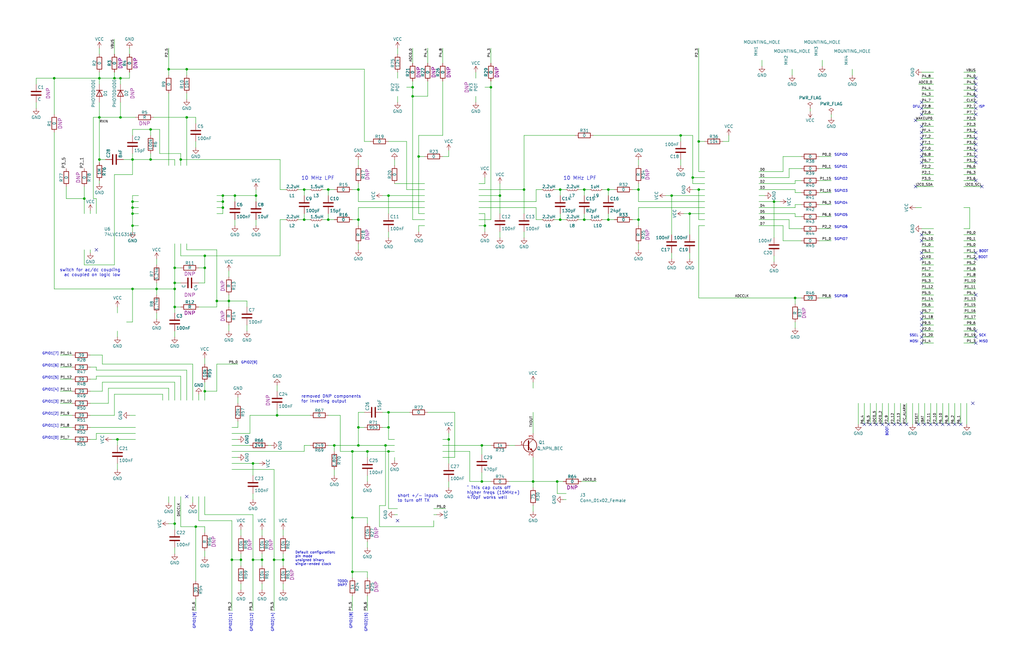
<source format=kicad_sch>
(kicad_sch (version 20230121) (generator eeschema)
  (paper "USLedger")
  (title_block (title "GreatFET Gladiolus") (date "2019-02-27") (company "Copyright 2015 Michael Ossmann") (comment 1 "License: GPL v2"))
  (junction (at 224.79 203.2))
  (junction (at 76.2 67.31))
  (junction (at 246.38 80.01))
  (junction (at 326.39 85.09))
  (junction (at 204.47 95.25))
  (junction (at 63.5 54.61))
  (junction (at 73.66 129.54))
  (junction (at 173.99 36.83))
  (junction (at 78.74 29.21))
  (junction (at 55.88 67.31))
  (junction (at 154.94 190.5))
  (junction (at 163.83 180.34))
  (junction (at 335.28 125.73))
  (junction (at 50.8 33.02))
  (junction (at 110.49 236.22))
  (junction (at 55.88 90.17))
  (junction (at 203.2 187.96))
  (junction (at 106.68 236.22))
  (junction (at 49.53 185.42))
  (junction (at 93.98 85.09))
  (junction (at 99.06 82.55))
  (junction (at 41.91 49.53))
  (junction (at 86.36 107.95))
  (junction (at 151.13 180.34))
  (junction (at 115.57 236.22))
  (junction (at 163.83 190.5))
  (junction (at 287.02 57.15))
  (junction (at 163.83 173.99))
  (junction (at 73.66 220.98))
  (junction (at 78.74 49.53))
  (junction (at 148.59 218.44))
  (junction (at 173.99 40.64))
  (junction (at 148.59 190.5))
  (junction (at 292.1 74.93))
  (junction (at 22.86 33.02))
  (junction (at 138.43 92.71))
  (junction (at 55.88 87.63))
  (junction (at 234.95 203.2))
  (junction (at 101.6 236.22))
  (junction (at 162.56 187.96))
  (junction (at 86.36 113.03))
  (junction (at 55.88 121.92))
  (junction (at 41.91 33.02))
  (junction (at 91.44 127))
  (junction (at 151.13 92.71))
  (junction (at 50.8 49.53))
  (junction (at 203.2 203.2))
  (junction (at 97.79 236.22))
  (junction (at 73.66 121.92))
  (junction (at 93.98 87.63))
  (junction (at 256.54 92.71))
  (junction (at 128.27 92.71))
  (junction (at 119.38 236.22))
  (junction (at 96.52 127))
  (junction (at 63.5 67.31))
  (junction (at 48.26 33.02))
  (junction (at 210.82 82.55))
  (junction (at 256.54 80.01))
  (junction (at 93.98 82.55))
  (junction (at 269.24 80.01))
  (junction (at 269.24 92.71))
  (junction (at 189.23 185.42))
  (junction (at 55.88 95.25))
  (junction (at 163.83 82.55))
  (junction (at 55.88 85.09))
  (junction (at 106.68 195.58))
  (junction (at 148.59 241.3))
  (junction (at 140.97 187.96))
  (junction (at 73.66 119.38))
  (junction (at 86.36 165.1))
  (junction (at 71.12 29.21))
  (junction (at 151.13 80.01))
  (junction (at 82.55 222.25))
  (junction (at 128.27 80.01))
  (junction (at 207.01 36.83))
  (junction (at 116.84 175.26))
  (junction (at 283.21 82.55))
  (junction (at 246.38 92.71))
  (junction (at 290.83 90.17))
  (junction (at 41.91 67.31))
  (junction (at 66.04 121.92))
  (junction (at 236.22 80.01))
  (junction (at 35.56 83.82))
  (junction (at 151.13 187.96))
  (junction (at 138.43 80.01))
  (junction (at 176.53 66.04))
  (junction (at 220.98 80.01))
  (junction (at 107.95 82.55))
  (junction (at 73.66 113.03))
  (junction (at 294.64 80.01))
  (junction (at 294.64 59.69))
  (junction (at 236.22 92.71))
  (no_connect (at 388.62 48.26))
  (no_connect (at 388.62 137.16))
  (no_connect (at 411.48 106.68))
  (no_connect (at 411.48 76.2))
  (no_connect (at 411.48 68.58))
  (no_connect (at 411.48 109.22))
  (no_connect (at 382.27 179.07))
  (no_connect (at 388.62 60.96))
  (no_connect (at 392.43 179.07))
  (no_connect (at 410.21 170.18))
  (no_connect (at 388.62 134.62))
  (no_connect (at 379.73 179.07))
  (no_connect (at 40.64 105.41))
  (no_connect (at 411.48 60.96))
  (no_connect (at 411.48 66.04))
  (no_connect (at 388.62 66.04))
  (no_connect (at 377.19 179.07))
  (no_connect (at 411.48 45.72))
  (no_connect (at 364.49 179.07))
  (no_connect (at 388.62 43.18))
  (no_connect (at 388.62 58.42))
  (no_connect (at 405.13 179.07))
  (no_connect (at 386.08 50.8))
  (no_connect (at 411.48 144.78))
  (no_connect (at 411.48 58.42))
  (no_connect (at 388.62 53.34))
  (no_connect (at 388.62 142.24))
  (no_connect (at 397.51 179.07))
  (no_connect (at 411.48 43.18))
  (no_connect (at 369.57 179.07))
  (no_connect (at 388.62 45.72))
  (no_connect (at 411.48 63.5))
  (no_connect (at 411.48 48.26))
  (no_connect (at 388.62 101.6))
  (no_connect (at 388.62 99.06))
  (no_connect (at 411.48 35.56))
  (no_connect (at 411.48 40.64))
  (no_connect (at 388.62 132.08))
  (no_connect (at 411.48 38.1))
  (no_connect (at 388.62 63.5))
  (no_connect (at 388.62 144.78))
  (no_connect (at 78.74 209.55))
  (no_connect (at 388.62 109.22))
  (no_connect (at 388.62 106.68))
  (no_connect (at 386.08 78.74))
  (no_connect (at 389.89 179.07))
  (no_connect (at 388.62 55.88))
  (no_connect (at 388.62 68.58))
  (no_connect (at 372.11 179.07))
  (no_connect (at 374.65 179.07))
  (no_connect (at 411.48 142.24))
  (no_connect (at 411.48 55.88))
  (no_connect (at 411.48 139.7))
  (no_connect (at 388.62 139.7))
  (no_connect (at 402.59 179.07))
  (no_connect (at 167.64 219.71))
  (no_connect (at 411.48 124.46))
  (no_connect (at 400.05 179.07))
  (no_connect (at 414.02 78.74))
  (no_connect (at 394.97 179.07))
  (no_connect (at 411.48 33.02))
  (no_connect (at 367.03 179.07))
  (no_connect (at 387.35 179.07))
  (wire (pts (xy 55.88 73.66) (xy 55.88 67.31)))
  (wire (pts (xy 335.28 125.73) (xy 337.82 125.73)))
  (wire (pts (xy 393.7 68.58) (xy 388.62 68.58)))
  (wire (pts (xy 406.4 144.78) (xy 411.48 144.78)))
  (wire (pts (xy 71.12 163.83) (xy 71.12 168.91)))
  (wire (pts (xy 71.12 209.55) (xy 71.12 212.09)))
  (wire (pts (xy 118.11 80.01) (xy 120.65 80.01)))
  (wire (pts (xy 71.12 29.21) (xy 71.12 31.75)))
  (wire (pts (xy 151.13 77.47) (xy 151.13 80.01)))
  (wire (pts (xy 46.99 185.42) (xy 49.53 185.42)))
  (wire (pts (xy 128.27 80.01) (xy 128.27 82.55)))
  (wire (pts (xy 335.28 128.27) (xy 335.28 125.73)))
  (wire (pts (xy 106.68 195.58) (xy 109.22 195.58)))
  (wire (pts (xy 115.57 198.12) (xy 115.57 236.22)))
  (wire (pts (xy 15.24 35.56) (xy 15.24 33.02)))
  (wire (pts (xy 148.59 218.44) (xy 148.59 241.3)))
  (wire (pts (xy 220.98 57.15) (xy 220.98 80.01)))
  (wire (pts (xy 86.36 232.41) (xy 86.36 234.95)))
  (wire (pts (xy 408.94 96.52) (xy 408.94 87.63)))
  (wire (pts (xy 251.46 203.2) (xy 245.11 203.2)))
  (wire (pts (xy 335.28 90.17) (xy 335.28 91.44)))
  (wire (pts (xy 166.37 193.04) (xy 166.37 194.31)))
  (wire (pts (xy 330.2 72.39) (xy 330.2 66.04)))
  (wire (pts (xy 411.48 45.72) (xy 406.4 45.72)))
  (wire (pts (xy 350.52 91.44) (xy 345.44 91.44)))
  (wire (pts (xy 364.49 179.07) (xy 364.49 170.18)))
  (wire (pts (xy 82.55 222.25) (xy 82.55 245.11)))
  (wire (pts (xy 73.66 102.87) (xy 73.66 113.03)))
  (wire (pts (xy 93.98 82.55) (xy 99.06 82.55)))
  (wire (pts (xy 105.41 175.26) (xy 105.41 182.88)))
  (wire (pts (xy 176.53 66.04) (xy 179.07 66.04)))
  (wire (pts (xy 66.04 132.08) (xy 66.04 134.62)))
  (wire (pts (xy 320.04 72.39) (xy 330.2 72.39)))
  (wire (pts (xy 179.07 87.63) (xy 151.13 87.63)))
  (wire (pts (xy 388.62 127) (xy 393.7 127)))
  (wire (pts (xy 350.52 101.6) (xy 345.44 101.6)))
  (wire (pts (xy 388.62 104.14) (xy 393.7 104.14)))
  (wire (pts (xy 392.43 179.07) (xy 392.43 170.18)))
  (wire (pts (xy 203.2 199.39) (xy 203.2 203.2)))
  (wire (pts (xy 411.48 38.1) (xy 406.4 38.1)))
  (wire (pts (xy 82.55 62.23) (xy 82.55 59.69)))
  (wire (pts (xy 125.73 92.71) (xy 128.27 92.71)))
  (wire (pts (xy 110.49 246.38) (xy 110.49 248.92)))
  (wire (pts (xy 40.64 154.94) (xy 40.64 156.21)))
  (wire (pts (xy 294.64 92.71) (xy 294.64 80.01)))
  (wire (pts (xy 163.83 190.5) (xy 163.83 214.63)))
  (wire (pts (xy 332.74 92.71) (xy 332.74 96.52)))
  (wire (pts (xy 372.11 179.07) (xy 372.11 170.18)))
  (wire (pts (xy 163.83 190.5) (xy 166.37 190.5)))
  (wire (pts (xy 76.2 67.31) (xy 76.2 69.85)))
  (wire (pts (xy 55.88 85.09) (xy 55.88 87.63)))
  (wire (pts (xy 287.02 57.15) (xy 292.1 57.15)))
  (wire (pts (xy 224.79 203.2) (xy 224.79 205.74)))
  (wire (pts (xy 73.66 121.92) (xy 66.04 121.92)))
  (wire (pts (xy 97.79 219.71) (xy 97.79 236.22)))
  (wire (pts (xy 207.01 26.67) (xy 207.01 20.32)))
  (wire (pts (xy 97.79 185.42) (xy 100.33 185.42)))
  (wire (pts (xy 163.83 214.63) (xy 167.64 214.63)))
  (wire (pts (xy 82.55 49.53) (xy 82.55 52.07)))
  (wire (pts (xy 115.57 236.22) (xy 115.57 257.81)))
  (wire (pts (xy 367.03 179.07) (xy 367.03 170.18)))
  (wire (pts (xy 388.62 55.88) (xy 393.7 55.88)))
  (wire (pts (xy 406.4 76.2) (xy 411.48 76.2)))
  (wire (pts (xy 25.4 175.26) (xy 30.48 175.26)))
  (wire (pts (xy 154.94 251.46) (xy 154.94 257.81)))
  (wire (pts (xy 81.28 168.91) (xy 81.28 153.67)))
  (wire (pts (xy 81.28 209.55) (xy 81.28 212.09)))
  (wire (pts (xy 214.63 187.96) (xy 217.17 187.96)))
  (wire (pts (xy 320.04 92.71) (xy 332.74 92.71)))
  (wire (pts (xy 41.91 49.53) (xy 39.37 49.53)))
  (wire (pts (xy 106.68 217.17) (xy 106.68 236.22)))
  (wire (pts (xy 220.98 80.01) (xy 220.98 90.17)))
  (wire (pts (xy 30.48 180.34) (xy 25.4 180.34)))
  (wire (pts (xy 86.36 113.03) (xy 86.36 119.38)))
  (wire (pts (xy 101.6 236.22) (xy 97.79 236.22)))
  (wire (pts (xy 101.6 233.68) (xy 101.6 236.22)))
  (wire (pts (xy 330.2 95.25) (xy 330.2 101.6)))
  (wire (pts (xy 151.13 180.34) (xy 151.13 187.96)))
  (wire (pts (xy 48.26 73.66) (xy 55.88 73.66)))
  (wire (pts (xy 411.48 124.46) (xy 406.4 124.46)))
  (wire (pts (xy 167.64 33.02) (xy 167.64 30.48)))
  (wire (pts (xy 154.94 190.5) (xy 163.83 190.5)))
  (wire (pts (xy 393.7 53.34) (xy 388.62 53.34)))
  (wire (pts (xy 106.68 236.22) (xy 106.68 257.81)))
  (wire (pts (xy 138.43 187.96) (xy 140.97 187.96)))
  (wire (pts (xy 64.77 49.53) (xy 78.74 49.53)))
  (wire (pts (xy 394.97 179.07) (xy 394.97 170.18)))
  (wire (pts (xy 320.04 74.93) (xy 332.74 74.93)))
  (wire (pts (xy 78.74 102.87) (xy 78.74 105.41)))
  (wire (pts (xy 40.64 185.42) (xy 40.64 182.88)))
  (wire (pts (xy 55.88 135.89) (xy 55.88 121.92)))
  (wire (pts (xy 246.38 92.71) (xy 248.92 92.71)))
  (wire (pts (xy 326.39 107.95) (xy 326.39 110.49)))
  (wire (pts (xy 411.48 109.22) (xy 406.4 109.22)))
  (wire (pts (xy 104.14 127) (xy 104.14 129.54)))
  (wire (pts (xy 326.39 85.09) (xy 328.93 85.09)))
  (wire (pts (xy 350.52 48.26) (xy 350.52 49.53)))
  (wire (pts (xy 99.06 82.55) (xy 99.06 85.09)))
  (wire (pts (xy 148.59 257.81) (xy 148.59 251.46)))
  (wire (pts (xy 226.06 92.71) (xy 228.6 92.71)))
  (wire (pts (xy 290.83 90.17) (xy 297.18 90.17)))
  (wire (pts (xy 151.13 92.71) (xy 151.13 95.25)))
  (wire (pts (xy 41.91 67.31) (xy 44.45 67.31)))
  (wire (pts (xy 27.94 83.82) (xy 35.56 83.82)))
  (wire (pts (xy 50.8 33.02) (xy 54.61 33.02)))
  (wire (pts (xy 393.7 63.5) (xy 388.62 63.5)))
  (wire (pts (xy 91.44 82.55) (xy 93.98 82.55)))
  (wire (pts (xy 388.62 45.72) (xy 393.7 45.72)))
  (wire (pts (xy 76.2 107.95) (xy 86.36 107.95)))
  (wire (pts (xy 350.52 81.28) (xy 345.44 81.28)))
  (wire (pts (xy 119.38 236.22) (xy 115.57 236.22)))
  (wire (pts (xy 386.08 87.63) (xy 388.62 87.63)))
  (wire (pts (xy 49.53 129.54) (xy 49.53 132.08)))
  (wire (pts (xy 86.36 222.25) (xy 86.36 224.79)))
  (wire (pts (xy 411.48 68.58) (xy 406.4 68.58)))
  (wire (pts (xy 49.53 198.12) (xy 49.53 195.58)))
  (wire (pts (xy 163.83 173.99) (xy 163.83 180.34)))
  (wire (pts (xy 210.82 100.33) (xy 210.82 97.79)))
  (wire (pts (xy 204.47 90.17) (xy 204.47 95.25)))
  (wire (pts (xy 41.91 30.48) (xy 41.91 33.02)))
  (wire (pts (xy 48.26 33.02) (xy 48.26 30.48)))
  (wire (pts (xy 406.4 96.52) (xy 408.94 96.52)))
  (wire (pts (xy 40.64 158.75) (xy 76.2 158.75)))
  (wire (pts (xy 151.13 80.01) (xy 151.13 85.09)))
  (wire (pts (xy 256.54 92.71) (xy 256.54 90.17)))
  (wire (pts (xy 393.7 144.78) (xy 388.62 144.78)))
  (wire (pts (xy 388.62 96.52) (xy 393.7 96.52)))
  (wire (pts (xy 66.04 109.22) (xy 66.04 111.76)))
  (wire (pts (xy 55.88 87.63) (xy 58.42 87.63)))
  (wire (pts (xy 406.4 121.92) (xy 411.48 121.92)))
  (wire (pts (xy 49.53 139.7) (xy 49.53 142.24)))
  (wire (pts (xy 148.59 80.01) (xy 151.13 80.01)))
  (wire (pts (xy 86.36 107.95) (xy 118.11 107.95)))
  (wire (pts (xy 332.74 71.12) (xy 337.82 71.12)))
  (wire (pts (xy 143.51 175.26) (xy 138.43 175.26)))
  (wire (pts (xy 57.15 180.34) (xy 38.1 180.34)))
  (wire (pts (xy 335.28 138.43) (xy 335.28 135.89)))
  (wire (pts (xy 411.48 99.06) (xy 406.4 99.06)))
  (wire (pts (xy 93.98 87.63) (xy 93.98 90.17)))
  (wire (pts (xy 256.54 80.01) (xy 259.08 80.01)))
  (wire (pts (xy 38.1 170.18) (xy 45.72 170.18)))
  (wire (pts (xy 151.13 85.09) (xy 179.07 85.09)))
  (wire (pts (xy 350.52 66.04) (xy 345.44 66.04)))
  (wire (pts (xy 379.73 179.07) (xy 379.73 170.18)))
  (wire (pts (xy 27.94 78.74) (xy 27.94 83.82)))
  (wire (pts (xy 161.29 180.34) (xy 163.83 180.34)))
  (wire (pts (xy 254 80.01) (xy 256.54 80.01)))
  (wire (pts (xy 91.44 165.1) (xy 91.44 153.67)))
  (wire (pts (xy 290.83 90.17) (xy 290.83 99.06)))
  (wire (pts (xy 406.4 33.02) (xy 411.48 33.02)))
  (wire (pts (xy 297.18 59.69) (xy 294.64 59.69)))
  (wire (pts (xy 41.91 43.18) (xy 41.91 49.53)))
  (wire (pts (xy 151.13 102.87) (xy 151.13 105.41)))
  (wire (pts (xy 163.83 90.17) (xy 163.83 82.55)))
  (wire (pts (xy 93.98 85.09) (xy 93.98 87.63)))
  (wire (pts (xy 236.22 80.01) (xy 238.76 80.01)))
  (wire (pts (xy 71.12 69.85) (xy 71.12 39.37)))
  (wire (pts (xy 83.82 219.71) (xy 83.82 209.55)))
  (wire (pts (xy 73.66 209.55) (xy 73.66 220.98)))
  (wire (pts (xy 30.48 170.18) (xy 25.4 170.18)))
  (wire (pts (xy 320.04 80.01) (xy 335.28 80.01)))
  (wire (pts (xy 119.38 223.52) (xy 119.38 226.06)))
  (wire (pts (xy 173.99 36.83) (xy 173.99 40.64)))
  (wire (pts (xy 38.1 105.41) (xy 38.1 106.68)))
  (wire (pts (xy 140.97 187.96) (xy 151.13 187.96)))
  (wire (pts (xy 320.04 95.25) (xy 330.2 95.25)))
  (wire (pts (xy 269.24 80.01) (xy 269.24 85.09)))
  (wire (pts (xy 320.04 87.63) (xy 335.28 87.63)))
  (wire (pts (xy 397.51 179.07) (xy 397.51 170.18)))
  (wire (pts (xy 266.7 80.01) (xy 269.24 80.01)))
  (wire (pts (xy 78.74 29.21) (xy 78.74 31.75)))
  (wire (pts (xy 22.86 121.92) (xy 22.86 55.88)))
  (wire (pts (xy 388.62 48.26) (xy 393.7 48.26)))
  (wire (pts (xy 91.44 105.41) (xy 91.44 127)))
  (wire (pts (xy 269.24 85.09) (xy 297.18 85.09)))
  (wire (pts (xy 166.37 217.17) (xy 167.64 217.17)))
  (wire (pts (xy 189.23 185.42) (xy 189.23 195.58)))
  (wire (pts (xy 86.36 165.1) (xy 86.36 168.91)))
  (wire (pts (xy 22.86 33.02) (xy 41.91 33.02)))
  (wire (pts (xy 411.48 73.66) (xy 406.4 73.66)))
  (wire (pts (xy 71.12 220.98) (xy 73.66 220.98)))
  (wire (pts (xy 30.48 149.86) (xy 25.4 149.86)))
  (wire (pts (xy 38.1 154.94) (xy 40.64 154.94)))
  (wire (pts (xy 101.6 223.52) (xy 101.6 226.06)))
  (wire (pts (xy 86.36 165.1) (xy 91.44 165.1)))
  (wire (pts (xy 332.74 96.52) (xy 337.82 96.52)))
  (wire (pts (xy 203.2 203.2) (xy 207.01 203.2)))
  (wire (pts (xy 49.53 185.42) (xy 57.15 185.42)))
  (wire (pts (xy 41.91 77.47) (xy 41.91 76.2)))
  (wire (pts (xy 320.04 77.47) (xy 335.28 77.47)))
  (wire (pts (xy 377.19 179.07) (xy 377.19 170.18)))
  (wire (pts (xy 105.41 175.26) (xy 116.84 175.26)))
  (wire (pts (xy 118.11 67.31) (xy 118.11 80.01)))
  (wire (pts (xy 180.34 20.32) (xy 180.34 26.67)))
  (wire (pts (xy 297.18 95.25) (xy 294.64 95.25)))
  (wire (pts (xy 73.66 231.14) (xy 73.66 233.68)))
  (wire (pts (xy 113.03 187.96) (xy 114.3 187.96)))
  (wire (pts (xy 330.2 101.6) (xy 337.82 101.6)))
  (wire (pts (xy 78.74 39.37) (xy 78.74 41.91)))
  (wire (pts (xy 388.62 58.42) (xy 393.7 58.42)))
  (wire (pts (xy 292.1 57.15) (xy 292.1 74.93)))
  (wire (pts (xy 73.66 119.38) (xy 73.66 121.92)))
  (wire (pts (xy 388.62 139.7) (xy 393.7 139.7)))
  (wire (pts (xy 203.2 187.96) (xy 207.01 187.96)))
  (wire (pts (xy 48.26 166.37) (xy 48.26 175.26)))
  (wire (pts (xy 78.74 69.85) (xy 78.74 49.53)))
  (wire (pts (xy 269.24 87.63) (xy 269.24 92.71)))
  (wire (pts (xy 204.47 74.93) (xy 204.47 77.47)))
  (wire (pts (xy 224.79 213.36) (xy 224.79 215.9)))
  (wire (pts (xy 48.26 16.51) (xy 48.26 22.86)))
  (wire (pts (xy 171.45 80.01) (xy 171.45 59.69)))
  (wire (pts (xy 411.48 119.38) (xy 406.4 119.38)))
  (wire (pts (xy 73.66 121.92) (xy 73.66 129.54)))
  (wire (pts (xy 100.33 170.18) (xy 100.33 167.64)))
  (wire (pts (xy 224.79 161.29) (xy 224.79 163.83)))
  (wire (pts (xy 151.13 180.34) (xy 153.67 180.34)))
  (wire (pts (xy 411.48 63.5) (xy 406.4 63.5)))
  (wire (pts (xy 283.21 106.68) (xy 283.21 109.22)))
  (wire (pts (xy 224.79 203.2) (xy 234.95 203.2)))
  (wire (pts (xy 411.48 35.56) (xy 406.4 35.56)))
  (wire (pts (xy 387.35 35.56) (xy 393.7 35.56)))
  (wire (pts (xy 346.71 25.4) (xy 346.71 27.94)))
  (wire (pts (xy 119.38 246.38) (xy 119.38 248.92)))
  (wire (pts (xy 180.34 173.99) (xy 191.77 173.99)))
  (wire (pts (xy 97.79 180.34) (xy 100.33 180.34)))
  (wire (pts (xy 73.66 142.24) (xy 73.66 139.7)))
  (wire (pts (xy 201.93 90.17) (xy 204.47 90.17)))
  (wire (pts (xy 201.93 80.01) (xy 220.98 80.01)))
  (wire (pts (xy 236.22 92.71) (xy 238.76 92.71)))
  (wire (pts (xy 138.43 92.71) (xy 138.43 90.17)))
  (wire (pts (xy 39.37 83.82) (xy 40.64 83.82)))
  (wire (pts (xy 173.99 40.64) (xy 180.34 40.64)))
  (wire (pts (xy 411.48 104.14) (xy 406.4 104.14)))
  (wire (pts (xy 83.82 219.71) (xy 97.79 219.71)))
  (wire (pts (xy 35.56 105.41) (xy 35.56 111.76)))
  (wire (pts (xy 100.33 193.04) (xy 97.79 193.04)))
  (wire (pts (xy 116.84 175.26) (xy 130.81 175.26)))
  (wire (pts (xy 25.4 154.94) (xy 30.48 154.94)))
  (wire (pts (xy 100.33 180.34) (xy 100.33 177.8)))
  (wire (pts (xy 55.88 95.25) (xy 58.42 95.25)))
  (wire (pts (xy 96.52 114.3) (xy 96.52 116.84)))
  (wire (pts (xy 402.59 179.07) (xy 402.59 170.18)))
  (wire (pts (xy 35.56 83.82) (xy 35.56 90.17)))
  (wire (pts (xy 220.98 57.15) (xy 242.57 57.15)))
  (wire (pts (xy 53.34 135.89) (xy 55.88 135.89)))
  (wire (pts (xy 163.83 180.34) (xy 163.83 185.42)))
  (wire (pts (xy 189.23 182.88) (xy 189.23 185.42)))
  (wire (pts (xy 166.37 77.47) (xy 179.07 77.47)))
  (wire (pts (xy 105.41 182.88) (xy 97.79 182.88)))
  (wire (pts (xy 76.2 209.55) (xy 76.2 222.25)))
  (wire (pts (xy 160.02 213.36) (xy 160.02 222.25)))
  (wire (pts (xy 224.79 193.04) (xy 224.79 203.2)))
  (wire (pts (xy 78.74 29.21) (xy 153.67 29.21)))
  (wire (pts (xy 210.82 77.47) (xy 210.82 82.55)))
  (wire (pts (xy 118.11 107.95) (xy 118.11 92.71)))
  (wire (pts (xy 322.58 82.55) (xy 320.04 82.55)))
  (wire (pts (xy 200.66 33.02) (xy 200.66 30.48)))
  (wire (pts (xy 163.83 185.42) (xy 166.37 185.42)))
  (wire (pts (xy 269.24 67.31) (xy 269.24 69.85)))
  (wire (pts (xy 55.88 87.63) (xy 55.88 90.17)))
  (wire (pts (xy 173.99 20.32) (xy 173.99 26.67)))
  (wire (pts (xy 55.88 90.17) (xy 55.88 95.25)))
  (wire (pts (xy 45.72 163.83) (xy 71.12 163.83)))
  (wire (pts (xy 411.48 50.8) (xy 406.4 50.8)))
  (wire (pts (xy 91.44 129.54) (xy 83.82 129.54)))
  (wire (pts (xy 171.45 59.69) (xy 163.83 59.69)))
  (wire (pts (xy 81.28 153.67) (xy 43.18 153.67)))
  (wire (pts (xy 228.6 80.01) (xy 226.06 80.01)))
  (wire (pts (xy 186.69 20.32) (xy 186.69 26.67)))
  (wire (pts (xy 411.48 66.04) (xy 406.4 66.04)))
  (wire (pts (xy 55.88 82.55) (xy 55.88 85.09)))
  (wire (pts (xy 407.67 179.07) (xy 407.67 170.18)))
  (wire (pts (xy 140.97 190.5) (xy 140.97 187.96)))
  (wire (pts (xy 148.59 241.3) (xy 148.59 243.84)))
  (wire (pts (xy 96.52 137.16) (xy 96.52 139.7)))
  (wire (pts (xy 76.2 158.75) (xy 76.2 168.91)))
  (wire (pts (xy 160.02 222.25) (xy 182.88 222.25)))
  (wire (pts (xy 297.18 74.93) (xy 292.1 74.93)))
  (wire (pts (xy 86.36 119.38) (xy 83.82 119.38)))
  (wire (pts (xy 148.59 92.71) (xy 151.13 92.71)))
  (wire (pts (xy 40.64 182.88) (xy 57.15 182.88)))
  (wire (pts (xy 99.06 82.55) (xy 107.95 82.55)))
  (wire (pts (xy 408.94 87.63) (xy 406.4 87.63)))
  (wire (pts (xy 162.56 187.96) (xy 162.56 213.36)))
  (wire (pts (xy 189.23 205.74) (xy 189.23 203.2)))
  (wire (pts (xy 350.52 71.12) (xy 345.44 71.12)))
  (wire (pts (xy 76.2 102.87) (xy 76.2 107.95)))
  (wire (pts (xy 104.14 139.7) (xy 104.14 137.16)))
  (wire (pts (xy 226.06 85.09) (xy 201.93 85.09)))
  (wire (pts (xy 280.67 82.55) (xy 283.21 82.55)))
  (wire (pts (xy 22.86 121.92) (xy 55.88 121.92)))
  (wire (pts (xy 335.28 86.36) (xy 337.82 86.36)))
  (wire (pts (xy 39.37 49.53) (xy 39.37 83.82)))
  (wire (pts (xy 135.89 80.01) (xy 138.43 80.01)))
  (wire (pts (xy 161.29 173.99) (xy 163.83 173.99)))
  (wire (pts (xy 96.52 127) (xy 104.14 127)))
  (wire (pts (xy 321.31 25.4) (xy 321.31 27.94)))
  (wire (pts (xy 35.56 111.76) (xy 48.26 111.76)))
  (wire (pts (xy 304.8 59.69) (xy 307.34 59.69)))
  (wire (pts (xy 234.95 203.2) (xy 234.95 208.28)))
  (wire (pts (xy 388.62 119.38) (xy 393.7 119.38)))
  (wire (pts (xy 128.27 187.96) (xy 130.81 187.96)))
  (wire (pts (xy 119.38 236.22) (xy 119.38 238.76)))
  (wire (pts (xy 73.66 220.98) (xy 73.66 223.52)))
  (wire (pts (xy 388.62 114.3) (xy 393.7 114.3)))
  (wire (pts (xy 294.64 125.73) (xy 335.28 125.73)))
  (wire (pts (xy 382.27 179.07) (xy 382.27 170.18)))
  (wire (pts (xy 154.94 203.2) (xy 154.94 200.66)))
  (wire (pts (xy 388.62 76.2) (xy 393.7 76.2)))
  (wire (pts (xy 256.54 80.01) (xy 256.54 82.55)))
  (wire (pts (xy 411.48 114.3) (xy 406.4 114.3)))
  (wire (pts (xy 135.89 92.71) (xy 138.43 92.71)))
  (wire (pts (xy 388.62 99.06) (xy 393.7 99.06)))
  (wire (pts (xy 335.28 76.2) (xy 337.82 76.2)))
  (wire (pts (xy 388.62 124.46) (xy 393.7 124.46)))
  (wire (pts (xy 405.13 179.07) (xy 405.13 170.18)))
  (wire (pts (xy 38.1 165.1) (xy 43.18 165.1)))
  (wire (pts (xy 55.88 85.09) (xy 58.42 85.09)))
  (wire (pts (xy 332.74 74.93) (xy 332.74 71.12)))
  (wire (pts (xy 234.95 203.2) (xy 237.49 203.2)))
  (wire (pts (xy 411.48 58.42) (xy 406.4 58.42)))
  (wire (pts (xy 50.8 33.02) (xy 50.8 35.56)))
  (wire (pts (xy 25.4 185.42) (xy 30.48 185.42)))
  (wire (pts (xy 320.04 85.09) (xy 326.39 85.09)))
  (wire (pts (xy 54.61 175.26) (xy 57.15 175.26)))
  (wire (pts (xy 43.18 165.1) (xy 43.18 161.29)))
  (wire (pts (xy 97.79 190.5) (xy 128.27 190.5)))
  (wire (pts (xy 201.93 87.63) (xy 226.06 87.63)))
  (wire (pts (xy 167.64 43.18) (xy 167.64 40.64)))
  (wire (pts (xy 411.48 48.26) (xy 406.4 48.26)))
  (wire (pts (xy 388.62 109.22) (xy 393.7 109.22)))
  (wire (pts (xy 22.86 33.02) (xy 22.86 48.26)))
  (wire (pts (xy 86.36 107.95) (xy 86.36 113.03)))
  (wire (pts (xy 243.84 80.01) (xy 246.38 80.01)))
  (wire (pts (xy 55.88 67.31) (xy 63.5 67.31)))
  (wire (pts (xy 163.83 100.33) (xy 163.83 97.79)))
  (wire (pts (xy 350.52 86.36) (xy 345.44 86.36)))
  (wire (pts (xy 140.97 198.12) (xy 140.97 200.66)))
  (wire (pts (xy 294.64 59.69) (xy 294.64 72.39)))
  (wire (pts (xy 78.74 156.21) (xy 78.74 168.91)))
  (wire (pts (xy 388.62 132.08) (xy 393.7 132.08)))
  (wire (pts (xy 148.59 190.5) (xy 148.59 218.44)))
  (wire (pts (xy 388.62 40.64) (xy 393.7 40.64)))
  (wire (pts (xy 101.6 246.38) (xy 101.6 248.92)))
  (wire (pts (xy 335.28 91.44) (xy 337.82 91.44)))
  (wire (pts (xy 350.52 125.73) (xy 345.44 125.73)))
  (wire (pts (xy 71.12 20.32) (xy 71.12 29.21)))
  (wire (pts (xy 128.27 92.71) (xy 128.27 90.17)))
  (wire (pts (xy 73.66 113.03) (xy 76.2 113.03)))
  (wire (pts (xy 82.55 222.25) (xy 86.36 222.25)))
  (wire (pts (xy 288.29 90.17) (xy 290.83 90.17)))
  (wire (pts (xy 330.2 66.04) (xy 337.82 66.04)))
  (wire (pts (xy 176.53 90.17) (xy 179.07 90.17)))
  (wire (pts (xy 110.49 233.68) (xy 110.49 236.22)))
  (wire (pts (xy 110.49 236.22) (xy 110.49 238.76)))
  (wire (pts (xy 233.68 92.71) (xy 236.22 92.71)))
  (wire (pts (xy 110.49 236.22) (xy 106.68 236.22)))
  (wire (pts (xy 283.21 99.06) (xy 283.21 82.55)))
  (wire (pts (xy 176.53 97.79) (xy 176.53 95.25)))
  (wire (pts (xy 189.23 66.04) (xy 189.23 63.5)))
  (wire (pts (xy 236.22 92.71) (xy 236.22 90.17)))
  (wire (pts (xy 411.48 30.48) (xy 406.4 30.48)))
  (wire (pts (xy 250.19 57.15) (xy 287.02 57.15)))
  (wire (pts (xy 292.1 74.93) (xy 292.1 77.47)))
  (wire (pts (xy 246.38 80.01) (xy 246.38 82.55)))
  (wire (pts (xy 182.88 222.25) (xy 182.88 219.71)))
  (wire (pts (xy 76.2 222.25) (xy 82.55 222.25)))
  (wire (pts (xy 388.62 71.12) (xy 393.7 71.12)))
  (wire (pts (xy 40.64 156.21) (xy 78.74 156.21)))
  (wire (pts (xy 138.43 80.01) (xy 140.97 80.01)))
  (wire (pts (xy 63.5 67.31) (xy 63.5 64.77)))
  (wire (pts (xy 335.28 77.47) (xy 335.28 76.2)))
  (wire (pts (xy 86.36 113.03) (xy 83.82 113.03)))
  (wire (pts (xy 107.95 80.01) (xy 107.95 82.55)))
  (wire (pts (xy 236.22 80.01) (xy 236.22 82.55)))
  (wire (pts (xy 161.29 82.55) (xy 163.83 82.55)))
  (wire (pts (xy 41.91 49.53) (xy 41.91 67.31)))
  (wire (pts (xy 143.51 175.26) (xy 143.51 190.5)))
  (wire (pts (xy 411.48 53.34) (xy 406.4 53.34)))
  (wire (pts (xy 66.04 119.38) (xy 66.04 121.92)))
  (wire (pts (xy 91.44 153.67) (xy 100.33 153.67)))
  (wire (pts (xy 163.83 173.99) (xy 172.72 173.99)))
  (wire (pts (xy 186.69 190.5) (xy 198.12 190.5)))
  (wire (pts (xy 411.48 43.18) (xy 406.4 43.18)))
  (wire (pts (xy 73.66 67.31) (xy 73.66 69.85)))
  (wire (pts (xy 151.13 187.96) (xy 162.56 187.96)))
  (wire (pts (xy 93.98 90.17) (xy 91.44 90.17)))
  (wire (pts (xy 180.34 40.64) (xy 180.34 34.29)))
  (wire (pts (xy 86.36 151.13) (xy 86.36 153.67)))
  (wire (pts (xy 224.79 173.99) (xy 224.79 182.88)))
  (wire (pts (xy 138.43 92.71) (xy 140.97 92.71)))
  (wire (pts (xy 15.24 33.02) (xy 22.86 33.02)))
  (wire (pts (xy 393.7 73.66) (xy 388.62 73.66)))
  (wire (pts (xy 96.52 124.46) (xy 96.52 127)))
  (wire (pts (xy 176.53 57.15) (xy 176.53 66.04)))
  (wire (pts (xy 186.69 57.15) (xy 186.69 34.29)))
  (wire (pts (xy 107.95 82.55) (xy 107.95 85.09)))
  (wire (pts (xy 411.48 139.7) (xy 406.4 139.7)))
  (wire (pts (xy 91.44 85.09) (xy 93.98 85.09)))
  (wire (pts (xy 176.53 95.25) (xy 179.07 95.25)))
  (wire (pts (xy 406.4 132.08) (xy 411.48 132.08)))
  (wire (pts (xy 389.89 179.07) (xy 389.89 170.18)))
  (wire (pts (xy 97.79 198.12) (xy 115.57 198.12)))
  (wire (pts (xy 266.7 92.71) (xy 269.24 92.71)))
  (wire (pts (xy 388.62 129.54) (xy 393.7 129.54)))
  (wire (pts (xy 198.12 203.2) (xy 203.2 203.2)))
  (wire (pts (xy 388.62 43.18) (xy 393.7 43.18)))
  (wire (pts (xy 411.48 134.62) (xy 406.4 134.62)))
  (wire (pts (xy 173.99 40.64) (xy 173.99 92.71)))
  (wire (pts (xy 101.6 236.22) (xy 101.6 238.76)))
  (wire (pts (xy 361.95 179.07) (xy 361.95 170.18)))
  (wire (pts (xy 388.62 134.62) (xy 393.7 134.62)))
  (wire (pts (xy 294.64 72.39) (xy 297.18 72.39)))
  (wire (pts (xy 182.88 214.63) (xy 187.96 214.63)))
  (wire (pts (xy 200.66 43.18) (xy 200.66 40.64)))
  (wire (pts (xy 191.77 193.04) (xy 186.69 193.04)))
  (wire (pts (xy 41.91 33.02) (xy 48.26 33.02)))
  (wire (pts (xy 166.37 67.31) (xy 166.37 69.85)))
  (wire (pts (xy 40.64 160.02) (xy 40.64 158.75)))
  (wire (pts (xy 400.05 179.07) (xy 400.05 170.18)))
  (wire (pts (xy 38.1 185.42) (xy 40.64 185.42)))
  (wire (pts (xy 50.8 43.18) (xy 50.8 49.53)))
  (wire (pts (xy 384.81 179.07) (xy 384.81 170.18)))
  (wire (pts (xy 78.74 105.41) (xy 91.44 105.41)))
  (wire (pts (xy 335.28 80.01) (xy 335.28 81.28)))
  (wire (pts (xy 25.4 165.1) (xy 30.48 165.1)))
  (wire (pts (xy 283.21 82.55) (xy 297.18 82.55)))
  (wire (pts (xy 73.66 119.38) (xy 76.2 119.38)))
  (wire (pts (xy 406.4 116.84) (xy 411.48 116.84)))
  (wire (pts (xy 57.15 49.53) (xy 50.8 49.53)))
  (wire (pts (xy 406.4 106.68) (xy 411.48 106.68)))
  (wire (pts (xy 411.48 71.12) (xy 406.4 71.12)))
  (wire (pts (xy 411.48 40.64) (xy 406.4 40.64)))
  (wire (pts (xy 76.2 67.31) (xy 118.11 67.31)))
  (wire (pts (xy 374.65 179.07) (xy 374.65 170.18)))
  (wire (pts (xy 294.64 95.25) (xy 294.64 125.73)))
  (wire (pts (xy 55.88 67.31) (xy 55.88 64.77)))
  (wire (pts (xy 91.44 127) (xy 96.52 127)))
  (wire (pts (xy 154.94 220.98) (xy 154.94 218.44)))
  (wire (pts (xy 151.13 67.31) (xy 151.13 69.85)))
  (wire (pts (xy 48.26 73.66) (xy 48.26 111.76)))
  (wire (pts (xy 154.94 190.5) (xy 154.94 193.04)))
  (wire (pts (xy 118.11 92.71) (xy 120.65 92.71)))
  (wire (pts (xy 151.13 173.99) (xy 151.13 180.34)))
  (wire (pts (xy 96.52 127) (xy 96.52 129.54)))
  (wire (pts (xy 254 92.71) (xy 256.54 92.71)))
  (wire (pts (xy 246.38 92.71) (xy 246.38 90.17)))
  (wire (pts (xy 186.69 185.42) (xy 189.23 185.42)))
  (wire (pts (xy 269.24 77.47) (xy 269.24 80.01)))
  (wire (pts (xy 63.5 57.15) (xy 63.5 54.61)))
  (wire (pts (xy 226.06 87.63) (xy 226.06 92.71)))
  (wire (pts (xy 201.93 95.25) (xy 204.47 95.25)))
  (wire (pts (xy 55.88 82.55) (xy 58.42 82.55)))
  (wire (pts (xy 54.61 33.02) (xy 54.61 30.48)))
  (wire (pts (xy 220.98 97.79) (xy 220.98 100.33)))
  (wire (pts (xy 207.01 36.83) (xy 207.01 92.71)))
  (wire (pts (xy 55.88 90.17) (xy 58.42 90.17)))
  (wire (pts (xy 176.53 57.15) (xy 186.69 57.15)))
  (wire (pts (xy 297.18 87.63) (xy 269.24 87.63)))
  (wire (pts (xy 73.66 129.54) (xy 73.66 132.08)))
  (wire (pts (xy 388.62 142.24) (xy 393.7 142.24)))
  (wire (pts (xy 82.55 257.81) (xy 82.55 252.73)))
  (wire (pts (xy 78.74 49.53) (xy 82.55 49.53)))
  (wire (pts (xy 388.62 111.76) (xy 393.7 111.76)))
  (wire (pts (xy 106.68 210.82) (xy 106.68 208.28)))
  (wire (pts (xy 153.67 59.69) (xy 156.21 59.69)))
  (wire (pts (xy 411.48 55.88) (xy 406.4 55.88)))
  (wire (pts (xy 233.68 80.01) (xy 236.22 80.01)))
  (wire (pts (xy 63.5 54.61) (xy 67.31 54.61)))
  (wire (pts (xy 388.62 60.96) (xy 393.7 60.96)))
  (wire (pts (xy 97.79 236.22) (xy 97.79 257.81)))
  (wire (pts (xy 86.36 161.29) (xy 86.36 165.1)))
  (wire (pts (xy 414.02 78.74) (xy 406.4 78.74)))
  (wire (pts (xy 388.62 30.48) (xy 393.7 30.48)))
  (wire (pts (xy 173.99 92.71) (xy 179.07 92.71)))
  (wire (pts (xy 91.44 127) (xy 91.44 129.54)))
  (wire (pts (xy 207.01 34.29) (xy 207.01 36.83)))
  (wire (pts (xy 25.4 160.02) (xy 30.48 160.02)))
  (wire (pts (xy 148.59 241.3) (xy 154.94 241.3)))
  (wire (pts (xy 186.69 187.96) (xy 203.2 187.96)))
  (wire (pts (xy 48.26 175.26) (xy 38.1 175.26)))
  (wire (pts (xy 73.66 161.29) (xy 73.66 168.91)))
  (wire (pts (xy 388.62 101.6) (xy 393.7 101.6)))
  (wire (pts (xy 388.62 116.84) (xy 393.7 116.84)))
  (wire (pts (xy 176.53 66.04) (xy 176.53 90.17)))
  (wire (pts (xy 148.59 190.5) (xy 154.94 190.5)))
  (wire (pts (xy 41.91 20.32) (xy 41.91 22.86)))
  (wire (pts (xy 243.84 92.71) (xy 246.38 92.71)))
  (wire (pts (xy 68.58 168.91) (xy 68.58 166.37)))
  (wire (pts (xy 153.67 29.21) (xy 153.67 59.69)))
  (wire (pts (xy 52.07 67.31) (xy 55.88 67.31)))
  (wire (pts (xy 73.66 129.54) (xy 76.2 129.54)))
  (wire (pts (xy 292.1 80.01) (xy 294.64 80.01)))
  (wire (pts (xy 45.72 170.18) (xy 45.72 163.83)))
  (wire (pts (xy 119.38 233.68) (xy 119.38 236.22)))
  (wire (pts (xy 294.64 20.32) (xy 294.64 59.69)))
  (wire (pts (xy 35.56 78.74) (xy 35.56 83.82)))
  (wire (pts (xy 406.4 111.76) (xy 411.48 111.76)))
  (wire (pts (xy 350.52 96.52) (xy 345.44 96.52)))
  (wire (pts (xy 201.93 82.55) (xy 210.82 82.55)))
  (wire (pts (xy 203.2 191.77) (xy 203.2 187.96)))
  (wire (pts (xy 393.7 78.74) (xy 386.08 78.74)))
  (wire (pts (xy 393.7 50.8) (xy 386.08 50.8)))
  (wire (pts (xy 411.48 129.54) (xy 406.4 129.54)))
  (wire (pts (xy 41.91 33.02) (xy 41.91 35.56)))
  (wire (pts (xy 191.77 173.99) (xy 191.77 193.04)))
  (wire (pts (xy 388.62 33.02) (xy 393.7 33.02)))
  (wire (pts (xy 71.12 29.21) (xy 78.74 29.21)))
  (wire (pts (xy 335.28 87.63) (xy 335.28 86.36)))
  (wire (pts (xy 214.63 203.2) (xy 224.79 203.2)))
  (wire (pts (xy 125.73 80.01) (xy 128.27 80.01)))
  (wire (pts (xy 204.47 36.83) (xy 207.01 36.83)))
  (wire (pts (xy 55.88 54.61) (xy 55.88 57.15)))
  (wire (pts (xy 154.94 228.6) (xy 154.94 231.14)))
  (wire (pts (xy 66.04 121.92) (xy 55.88 121.92)))
  (wire (pts (xy 237.49 210.82) (xy 238.76 210.82)))
  (wire (pts (xy 388.62 137.16) (xy 393.7 137.16)))
  (wire (pts (xy 388.62 106.68) (xy 393.7 106.68)))
  (wire (pts (xy 86.36 217.17) (xy 106.68 217.17)))
  (wire (pts (xy 335.28 81.28) (xy 337.82 81.28)))
  (wire (pts (xy 106.68 195.58) (xy 106.68 200.66)))
  (wire (pts (xy 290.83 109.22) (xy 290.83 106.68)))
  (wire (pts (xy 269.24 102.87) (xy 269.24 105.41)))
  (wire (pts (xy 55.88 95.25) (xy 55.88 97.79)))
  (wire (pts (xy 162.56 187.96) (xy 166.37 187.96)))
  (wire (pts (xy 154.94 218.44) (xy 148.59 218.44)))
  (wire (pts (xy 167.64 20.32) (xy 167.64 22.86)))
  (wire (pts (xy 406.4 137.16) (xy 411.48 137.16)))
  (wire (pts (xy 359.41 29.21) (xy 359.41 31.75)))
  (wire (pts (xy 320.04 90.17) (xy 335.28 90.17)))
  (wire (pts (xy 256.54 92.71) (xy 259.08 92.71)))
  (wire (pts (xy 246.38 80.01) (xy 248.92 80.01)))
  (wire (pts (xy 334.01 29.21) (xy 334.01 31.75)))
  (wire (pts (xy 93.98 87.63) (xy 91.44 87.63)))
  (wire (pts (xy 38.1 90.17) (xy 38.1 88.9)))
  (wire (pts (xy 207.01 92.71) (xy 201.93 92.71)))
  (wire (pts (xy 50.8 49.53) (xy 41.91 49.53)))
  (wire (pts (xy 162.56 213.36) (xy 160.02 213.36)))
  (wire (pts (xy 76.2 64.77) (xy 76.2 67.31)))
  (wire (pts (xy 350.52 76.2) (xy 345.44 76.2)))
  (wire (pts (xy 73.66 113.03) (xy 73.66 119.38)))
  (wire (pts (xy 388.62 66.04) (xy 393.7 66.04)))
  (wire (pts (xy 151.13 173.99) (xy 153.67 173.99)))
  (wire (pts (xy 393.7 38.1) (xy 388.62 38.1)))
  (wire (pts (xy 43.18 149.86) (xy 38.1 149.86)))
  (wire (pts (xy 128.27 80.01) (xy 130.81 80.01)))
  (wire (pts (xy 326.39 85.09) (xy 326.39 100.33)))
  (wire (pts (xy 234.95 208.28) (xy 238.76 208.28)))
  (wire (pts (xy 182.88 217.17) (xy 184.15 217.17)))
  (wire (pts (xy 38.1 160.02) (xy 40.64 160.02)))
  (wire (pts (xy 411.48 60.96) (xy 406.4 60.96)))
  (wire (pts (xy 68.58 166.37) (xy 48.26 166.37)))
  (wire (pts (xy 41.91 67.31) (xy 41.91 68.58)))
  (wire (pts (xy 411.48 142.24) (xy 406.4 142.24)))
  (wire (pts (xy 128.27 190.5) (xy 128.27 187.96)))
  (wire (pts (xy 388.62 121.92) (xy 393.7 121.92)))
  (wire (pts (xy 292.1 77.47) (xy 297.18 77.47)))
  (wire (pts (xy 204.47 95.25) (xy 204.47 97.79)))
  (wire (pts (xy 48.26 33.02) (xy 50.8 33.02)))
  (wire (pts (xy 138.43 80.01) (xy 138.43 82.55)))
  (wire (pts (xy 294.64 80.01) (xy 297.18 80.01)))
  (wire (pts (xy 116.84 165.1) (xy 116.84 162.56)))
  (wire (pts (xy 93.98 82.55) (xy 93.98 85.09)))
  (wire (pts (xy 163.83 82.55) (xy 179.07 82.55)))
  (wire (pts (xy 186.69 66.04) (xy 189.23 66.04)))
  (wire (pts (xy 154.94 243.84) (xy 154.94 241.3)))
  (wire (pts (xy 406.4 127) (xy 411.48 127)))
  (wire (pts (xy 387.35 179.07) (xy 387.35 170.18)))
  (wire (pts (xy 171.45 36.83) (xy 173.99 36.83)))
  (wire (pts (xy 116.84 175.26) (xy 116.84 172.72)))
  (wire (pts (xy 63.5 67.31) (xy 73.66 67.31)))
  (wire (pts (xy 66.04 121.92) (xy 66.04 124.46)))
  (wire (pts (xy 226.06 80.01) (xy 226.06 85.09)))
  (wire (pts (xy 406.4 101.6) (xy 411.48 101.6)))
  (wire (pts (xy 210.82 82.55) (xy 210.82 90.17)))
  (wire (pts (xy 110.49 223.52) (xy 110.49 226.06)))
  (wire (pts (xy 198.12 190.5) (xy 198.12 203.2)))
  (wire (pts (xy 43.18 153.67) (xy 43.18 149.86)))
  (wire (pts (xy 83.82 166.37) (xy 83.82 168.91)))
  (wire (pts (xy 15.24 43.18) (xy 15.24 45.72)))
  (wire (pts (xy 43.18 161.29) (xy 73.66 161.29)))
  (wire (pts (xy 179.07 80.01) (xy 171.45 80.01)))
  (wire (pts (xy 307.34 59.69) (xy 307.34 57.15)))
  (wire (pts (xy 107.95 95.25) (xy 107.95 92.71)))
  (wire (pts (xy 297.18 92.71) (xy 294.64 92.71)))
  (wire (pts (xy 54.61 20.32) (xy 54.61 22.86)))
  (wire (pts (xy 269.24 92.71) (xy 269.24 95.25)))
  (wire (pts (xy 97.79 187.96) (xy 105.41 187.96)))
  (wire (pts (xy 67.31 54.61) (xy 67.31 64.77)))
  (wire (pts (xy 97.79 195.58) (xy 106.68 195.58)))
  (wire (pts (xy 173.99 34.29) (xy 173.99 36.83)))
  (wire (pts (xy 40.64 83.82) (xy 40.64 90.17)))
  (wire (pts (xy 287.02 69.85) (xy 287.02 67.31)))
  (wire (pts (xy 128.27 92.71) (xy 130.81 92.71)))
  (wire (pts (xy 99.06 92.71) (xy 99.06 95.25)))
  (wire (pts (xy 55.88 54.61) (xy 63.5 54.61)))
  (wire (pts (xy 369.57 179.07) (xy 369.57 170.18)))
  (wire (pts (xy 143.51 190.5) (xy 148.59 190.5)))
  (wire (pts (xy 49.53 185.42) (xy 49.53 187.96)))
  (wire (pts (xy 151.13 87.63) (xy 151.13 92.71)))
  (wire (pts (xy 204.47 77.47) (xy 201.93 77.47)))
  (wire (pts (xy 287.02 59.69) (xy 287.02 57.15)))
  (wire (pts (xy 341.63 45.72) (xy 341.63 46.99)))
  (wire (pts (xy 67.31 64.77) (xy 76.2 64.77)))
  (wire (pts (xy 86.36 209.55) (xy 86.36 217.17)))
  (text "MOSI" (at 387.35 144.78 0) (effects (font (size 1.016 1.016)) (justify right bottom)))
  (text "GPIO1[8]" (at 148.59 265.43 90) (effects (font (size 1.016 1.016)) (justify left bottom)))
  (text "BOOT" (at 416.56 109.22 0) (effects (font (size 1.016 1.016)) (justify right bottom)))
  (text "short +/- inputs\nto turn off TX" (at 167.64 212.09 0) (effects (font (size 1.27 1.27)) (justify left bottom)))
  (text "SGPIO0" (at 351.79 66.04 0) (effects (font (size 1.016 1.016)) (justify left bottom)))
  (text "GPIO2[12]" (at 106.68 266.7 90) (effects (font (size 1.016 1.016)) (justify left bottom)))
  (text "MISO" (at 412.75 144.78 0) (effects (font (size 1.016 1.016)) (justify left bottom)))
  (text "GPIO1[9]" (at 82.55 265.43 90) (effects (font (size 1.016 1.016)) (justify left bottom)))
  (text "SGPIO7" (at 351.79 101.6 0) (effects (font (size 1.016 1.016)) (justify left bottom)))
  (text "SSEL" (at 387.35 142.24 0) (effects (font (size 1.016 1.016)) (justify right bottom)))
  (text "removed DNP components\nfor inverting output" (at 127 170.18 0) (effects (font (size 1.27 1.27)) (justify left bottom)))
  (text "switch for ac/dc coupling\nac coupled on logic low" (at 50.8 116.84 0) (effects (font (size 1.27 1.27)) (justify right bottom)))
  (text "GPIO1[1]" (at 17.78 180.34 0) (effects (font (size 1.016 1.016)) (justify left bottom)))
  (text "GPIO2[9]" (at 101.6 153.67 0) (effects (font (size 1.016 1.016)) (justify left bottom)))
  (text "GPIO1[7]" (at 17.78 149.86 0) (effects (font (size 1.016 1.016)) (justify left bottom)))
  (text "BOOT" (at 374.65 184.15 90) (effects (font (size 1.016 1.016)) (justify left bottom)))
  (text "SCK" (at 412.75 142.24 0) (effects (font (size 1.016 1.016)) (justify left bottom)))
  (text "GPIO1[6]" (at 17.78 154.94 0) (effects (font (size 1.016 1.016)) (justify left bottom)))
  (text "GPIO2[15]" (at 154.94 266.7 90) (effects (font (size 1.016 1.016)) (justify left bottom)))
  (text "10 MHz LPF" (at 237.49 76.2 0) (effects (font (size 1.524 1.524)) (justify left bottom)))
  (text "SGPIO3" (at 351.79 81.28 0) (effects (font (size 1.016 1.016)) (justify left bottom)))
  (text "ISP" (at 415.29 45.72 0) (effects (font (size 1.016 1.016)) (justify right bottom)))
  (text "SGPIO1" (at 351.79 71.12 0) (effects (font (size 1.016 1.016)) (justify left bottom)))
  (text "GPIO1[4]" (at 17.78 165.1 0) (effects (font (size 1.016 1.016)) (justify left bottom)))
  (text "GPIO1[5]" (at 17.78 160.02 0) (effects (font (size 1.016 1.016)) (justify left bottom)))
  (text "^ This cap cuts off\nhigher freqs (15MHz+)\n470pF works well" (at 196.85 210.82 0) (effects (font (size 1.27 1.27)) (justify left bottom)))
  (text "SGPIO6" (at 351.79 96.52 0) (effects (font (size 1.016 1.016)) (justify left bottom)))
  (text "GPIO1[0]" (at 17.78 185.42 0) (effects (font (size 1.016 1.016)) (justify left bottom)))
  (text "BOOT" (at 412.75 106.68 0) (effects (font (size 1.016 1.016)) (justify left bottom)))
  (text "10 MHz LPF" (at 127 76.2 0) (effects (font (size 1.524 1.524)) (justify left bottom)))
  (text "SGPIO8" (at 351.79 125.73 0) (effects (font (size 1.016 1.016)) (justify left bottom)))
  (text "GPIO1[3]" (at 17.78 170.18 0) (effects (font (size 1.016 1.016)) (justify left bottom)))
  (text "SGPIO4" (at 351.79 86.36 0) (effects (font (size 1.016 1.016)) (justify left bottom)))
  (text "SGPIO5" (at 351.79 91.44 0) (effects (font (size 1.016 1.016)) (justify left bottom)))
  (text "GPIO2[14]" (at 115.57 266.7 90) (effects (font (size 1.016 1.016)) (justify left bottom)))
  (text "GPIO2[11]" (at 97.79 266.7 90) (effects (font (size 1.016 1.016)) (justify left bottom)))
  (text "TODO:\nDNP?" (at 142.24 247.65 0) (effects (font (size 1.016 1.016)) (justify left bottom)))
  (text "DFU" (at 384.81 45.72 0) (effects (font (size 1.016 1.016)) (justify left bottom)))
  (text "GPIO1[2]" (at 17.78 175.26 0) (effects (font (size 1.016 1.016)) (justify left bottom)))
  (text "Default configuration:\npin mode\nunsigned binary\nsingle-ended clock" (at 124.46 238.76 0) (effects (font (size 1.016 1.016)) (justify left bottom)))
  (text "SGPIO2" (at 351.79 76.2 0) (effects (font (size 1.016 1.016)) (justify left bottom)))
  (label "P5_6" (at 154.94 257.81 90) (effects (font (size 1.016 1.016))))
  (label "P2_9" (at 374.65 179.07 90) (effects (font (size 1.016 1.016))))
  (label "P6_1" (at 405.13 179.07 90) (effects (font (size 1.016 1.016))))
  (label "P5_3" (at 106.68 257.81 90) (effects (font (size 1.016 1.016))))
  (label "P3_0" (at 411.48 60.96 180) (effects (font (size 1.016 1.016))))
  (label "CLK2" (at 411.48 43.18 180) (effects (font (size 1.016 1.016))))
  (label "TXOUT" (at 224.79 180.34 90) (effects (font (size 1.016 1.016))))
  (label "P2_10" (at 394.97 179.07 90) (effects (font (size 1.016 1.016))))
  (label "P4_7" (at 388.62 43.18 0) (effects (font (size 1.016 1.016))))
  (label "P1_12" (at 388.62 121.92 0) (effects (font (size 1.016 1.016))))
  (label "P1_12" (at 25.4 160.02 0) (effects (font (size 1.016 1.016))))
  (label "P9_6" (at 411.48 137.16 180) (effects (font (size 1.016 1.016))))
  (label "P1_13" (at 25.4 154.94 0) (effects (font (size 1.016 1.016))))
  (label "P6_3" (at 350.52 86.36 180) (effects (font (size 1.016 1.016))))
  (label "P2_7" (at 411.48 45.72 180) (effects (font (size 1.016 1.016))))
  (label "VBUS" (at 411.48 30.48 180) (effects (font (size 1.016 1.016))))
  (label "P1_5" (at 148.59 257.81 90) (effects (font (size 1.016 1.016))))
  (label "ADC0_2" (at 372.11 179.07 90) (effects (font (size 1.016 1.016))))
  (label "P0_1" (at 411.48 101.6 180) (effects (font (size 1.016 1.016))))
  (label "RESET" (at 387.35 179.07 90) (effects (font (size 1.016 1.016))))
  (label "ADC0_0" (at 173.99 20.32 270) (effects (font (size 1.016 1.016))))
  (label "D0" (at 322.58 72.39 180) (effects (font (size 1.016 1.016))))
  (label "VBUS" (at 48.26 16.51 270) (effects (font (size 1.016 1.016))))
  (label "P2_6" (at 388.62 48.26 0) (effects (font (size 1.016 1.016))))
  (label "P1_18" (at 388.62 134.62 0) (effects (font (size 1.016 1.016))))
  (label "I2C0_SDA" (at 386.08 78.74 0) (effects (font (size 1.016 1.016))))
  (label "P6_6" (at 411.48 71.12 180) (effects (font (size 1.016 1.016))))
  (label "P6_9" (at 400.05 179.07 90) (effects (font (size 1.016 1.016))))
  (label "P1_14" (at 25.4 149.86 0) (effects (font (size 1.016 1.016))))
  (label "P1_7" (at 388.62 114.3 0) (effects (font (size 1.016 1.016))))
  (label "P4_9" (at 388.62 99.06 0) (effects (font (size 1.016 1.016))))
  (label "P6_3" (at 411.48 73.66 180) (effects (font (size 1.016 1.016))))
  (label "P3_1" (at 411.48 58.42 180) (effects (font (size 1.016 1.016))))
  (label "P2_4" (at 388.62 53.34 0) (effects (font (size 1.016 1.016))))
  (label "P1_9" (at 25.4 175.26 0) (effects (font (size 1.016 1.016))))
  (label "P4_5" (at 411.48 35.56 180) (effects (font (size 1.016 1.016))))
  (label "RXIN" (at 41.91 52.07 0) (effects (font (size 1.016 1.016))))
  (label "P1_15" (at 411.48 129.54 180) (effects (font (size 1.016 1.016))))
  (label "P4_3" (at 388.62 40.64 0) (effects (font (size 1.016 1.016))))
  (label "P7_2" (at 388.62 58.42 0) (effects (font (size 1.016 1.016))))
  (label "P2_8" (at 388.62 45.72 0) (effects (font (size 1.016 1.016))))
  (label "P4_2" (at 411.48 38.1 180) (effects (font (size 1.016 1.016))))
  (label "P4_4" (at 180.34 20.32 270) (effects (font (size 1.016 1.016))))
  (label "P3_5" (at 27.94 71.12 90))
  (label "P6_10" (at 397.51 179.07 90) (effects (font (size 1.016 1.016))))
  (label "P1_14" (at 388.62 127 0) (effects (font (size 1.016 1.016))))
  (label "P2_5" (at 411.48 50.8 180) (effects (font (size 1.016 1.016))))
  (label "D7" (at 322.58 95.25 180) (effects (font (size 1.016 1.016))))
  (label "P1_13" (at 411.48 127 180) (effects (font (size 1.016 1.016))))
  (label "P7_7" (at 411.48 48.26 180) (effects (font (size 1.016 1.016))))
  (label "P5_0" (at 411.48 104.14 180) (effects (font (size 1.016 1.016))))
  (label "VBAT" (at 389.89 179.07 90) (effects (font (size 1.016 1.016))))
  (label "ADCCLK" (at 309.88 125.73 0) (effects (font (size 1.016 1.016))))
  (label "P4_0" (at 411.48 33.02 180) (effects (font (size 1.016 1.016))))
  (label "P5_5" (at 388.62 124.46 0) (effects (font (size 1.016 1.016))))
  (label "DACCLK" (at 76.2 212.09 270) (effects (font (size 1.016 1.016))))
  (label "P6_0" (at 411.48 139.7 180) (effects (font (size 1.016 1.016))))
  (label "P7_0" (at 388.62 63.5 0) (effects (font (size 1.016 1.016))))
  (label "P7_1" (at 388.62 60.96 0) (effects (font (size 1.016 1.016))))
  (label "P0_0" (at 411.48 99.06 180) (effects (font (size 1.016 1.016))))
  (label "P0_0" (at 350.52 66.04 180) (effects (font (size 1.016 1.016))))
  (label "P6_7" (at 388.62 68.58 0) (effects (font (size 1.016 1.016))))
  (label "I2C0_SCL" (at 414.02 78.74 180) (effects (font (size 1.016 1.016))))
  (label "P1_3" (at 411.48 144.78 180) (effects (font (size 1.016 1.016))))
  (label "P6_2" (at 402.59 179.07 90) (effects (font (size 1.016 1.016))))
  (label "P1_16" (at 350.52 81.28 180) (effects (font (size 1.016 1.016))))
  (label "P6_6" (at 350.52 91.44 180) (effects (font (size 1.016 1.016))))
  (label "P1_1" (at 411.48 106.68 180) (effects (font (size 1.016 1.016))))
  (label "P5_7" (at 388.62 132.08 0) (effects (font (size 1.016 1.016))))
  (label "P1_4" (at 388.62 144.78 0) (effects (font (size 1.016 1.016))))
  (label "P5_6" (at 388.62 129.54 0) (effects (font (size 1.016 1.016))))
  (label "P1_0" (at 388.62 104.14 0) (effects (font (size 1.016 1.016))))
  (label "D6" (at 322.58 92.71 180) (effects (font (size 1.016 1.016))))
  (label "P2_3" (at 411.48 53.34 180) (effects (font (size 1.016 1.016))))
  (label "P1_11" (at 411.48 121.92 180) (effects (font (size 1.016 1.016))))
  (label "P2_2" (at 388.62 71.12 0) (effects (font (size 1.016 1.016))))
  (label "D4" (at 322.58 87.63 180) (effects (font (size 1.016 1.016))))
  (label "P4_3" (at 207.01 20.32 270) (effects (font (size 1.016 1.016))))
  (label "RTC_ALARM" (at 382.27 179.07 90) (effects (font (size 1.016 1.016))))
  (label "P3_6" (at 411.48 76.2 180) (effects (font (size 1.016 1.016))))
  (label "P3_5" (at 388.62 76.2 0) (effects (font (size 1.016 1.016))))
  (label "P2_1" (at 35.56 71.12 90))
  (label "P1_6" (at 82.55 257.81 90) (effects (font (size 1.016 1.016))))
  (label "P1_19" (at 411.48 142.24 180) (effects (font (size 1.016 1.016))))
  (label "D3" (at 322.58 80.01 180) (effects (font (size 1.016 1.016))))
  (label "P5_1" (at 388.62 106.68 0) (effects (font (size 1.016 1.016))))
  (label "P3_2" (at 411.48 55.88 180) (effects (font (size 1.016 1.016))))
  (label "P4_4" (at 388.62 38.1 0) (effects (font (size 1.016 1.016))))
  (label "P1_11" (at 25.4 165.1 0) (effects (font (size 1.016 1.016))))
  (label "P2_2" (at 350.52 96.52 180) (effects (font (size 1.016 1.016))))
  (label "P0_1" (at 350.52 71.12 180) (effects (font (size 1.016 1.016))))
  (label "P1_16" (at 411.48 132.08 180) (effects (font (size 1.016 1.016))))
  (label "P2_0" (at 388.62 139.7 0) (effects (font (size 1.016 1.016))))
  (label "P2_13" (at 379.73 179.07 90) (effects (font (size 1.016 1.016))))
  (label "P5_2" (at 97.79 257.81 90) (effects (font (size 1.016 1.016))))
  (label "P5_5" (at 115.57 257.81 90) (effects (font (size 1.016 1.016))))
  (label "P5_0" (at 100.33 153.67 180) (effects (font (size 1.016 1.016))))
  (label "CLK0" (at 388.62 109.22 0) (effects (font (size 1.016 1.016))))
  (label "P5_3" (at 388.62 119.38 0) (effects (font (size 1.016 1.016))))
  (label "D2" (at 322.58 77.47 180) (effects (font (size 1.016 1.016))))
  (label "D1" (at 322.58 74.93 180) (effects (font (size 1.016 1.016))))
  (label "ADC0_0" (at 251.46 203.2 180) (effects (font (size 1.016 1.016))))
  (label "ADC0_5" (at 369.57 179.07 90) (effects (font (size 1.016 1.016))))
  (label "P4_8" (at 186.69 20.32 270) (effects (font (size 1.016 1.016))))
  (label "P9_6" (at 350.52 125.73 180) (effects (font (size 1.016 1.016))))
  (label "P1_8" (at 411.48 116.84 180) (effects (font (size 1.016 1.016))))
  (label "P1_0" (at 350.52 101.6 180) (effects (font (size 1.016 1.016))))
  (label "P3_4" (at 411.48 63.5 180) (effects (font (size 1.016 1.016))))
  (label "P5_4" (at 411.48 124.46 180) (effects (font (size 1.016 1.016))))
  (label "P2_11" (at 392.43 179.07 90) (effects (font (size 1.016 1.016))))
  (label "P1_15" (at 350.52 76.2 180) (effects (font (size 1.016 1.016))))
  (label "P1_8" (at 25.4 180.34 0) (effects (font (size 1.016 1.016))))
  (label "P4_6" (at 411.48 40.64 180) (effects (font (size 1.016 1.016))))
  (label "D5" (at 322.58 90.17 180) (effects (font (size 1.016 1.016))))
  (label "P2_3" (at 294.64 20.32 270) (effects (font (size 1.016 1.016))))
  (label "P6_8" (at 388.62 66.04 0) (effects (font (size 1.016 1.016))))
  (label "P5_0" (at 187.96 214.63 180) (effects (font (size 1.016 1.016))))
  (label "P1_7" (at 25.4 185.42 0) (effects (font (size 1.016 1.016))))
  (label "P1_20" (at 388.62 142.24 0) (effects (font (size 1.016 1.016))))
  (label "P1_10" (at 411.48 119.38 180) (effects (font (size 1.016 1.016))))
  (label "P4_10" (at 388.62 101.6 0) (effects (font (size 1.016 1.016))))
  (label "P1_10" (at 25.4 170.18 0) (effects (font (size 1.016 1.016))))
  (label "P6_5" (at 367.03 179.07 90) (effects (font (size 1.016 1.016))))
  (label "P1_6" (at 411.48 114.3 180) (effects (font (size 1.016 1.016))))
  (label "ADC0_0" (at 387.35 35.56 0) (effects (font (size 1.016 1.016))))
  (label "P1_2" (at 411.48 109.22 180) (effects (font (size 1.016 1.016))))
  (label "PF_4" (at 388.62 55.88 0) (effects (font (size 1.016 1.016))))
  (label "P2_12" (at 377.19 179.07 90) (effects (font (size 1.016 1.016))))
  (label "P3_7" (at 411.48 66.04 180) (effects (font (size 1.016 1.016))))
  (label "P4_8" (at 388.62 33.02 0) (effects (font (size 1.016 1.016))))
  (label "P2_1" (at 388.62 73.66 0) (effects (font (size 1.016 1.016))))
  (label "P2_5" (at 71.12 20.32 270) (effects (font (size 1.016 1.016))))
  (label "P3_3" (at 411.48 68.58 180) (effects (font (size 1.016 1.016))))
  (label "P1_5" (at 388.62 111.76 0) (effects (font (size 1.016 1.016))))
  (label "P1_17" (at 411.48 134.62 180) (effects (font (size 1.016 1.016))))
  (label "P1_9" (at 388.62 116.84 0) (effects (font (size 1.016 1.016))))
  (label "P5_2" (at 411.48 111.76 180) (effects (font (size 1.016 1.016))))
  (label "P9_5" (at 388.62 137.16 0) (effects (font (size 1.016 1.016))))
  (label "P6_4" (at 364.49 179.07 90) (effects (font (size 1.016 1.016))))
  (label "WAKEUP0" (at 386.08 50.8 0) (effects (font (size 1.016 1.016))))
  (symbol (lib_id "gladiolus-rescue:CONN_02X20-gladiolus-rescue") (at 400.05 54.61 0) (unit 1)
    (property "Reference" "J2" (at 400.05 27.94 0))
    (property "Value" "NEIGHBOR2" (at 400.05 54.61 90))
    (property "Footprint" "gsg-modules:HEADER-2x20" (effects hide))
    (property "Manufacturer" "Samtec" (effects hide))
    (property "Part Number" "SSQ-120-23-G-D" (effects hide))
    (property "Description" "CONN RCPT .100\" 40POS DUAL-ROW STACKING GOLD" (effects hide))
    (property "Note" "Alternate: https://www.adafruit.com/products/2223" (effects hide))
  )
  (symbol (lib_id "power:GND") (at 388.62 30.48 270) (unit 1)
    (property "Reference" "#PWR01" (effects hide))
    (property "Value" "GND" (at 384.81 30.48 0))
  )
  (symbol (lib_id "power:GND") (at 388.62 96.52 270) (unit 1)
    (property "Reference" "#PWR02" (effects hide))
    (property "Value" "GND" (at 384.81 96.52 0))
  )
  (symbol (lib_id "power:VCC") (at 386.08 87.63 90) (unit 1)
    (property "Reference" "#PWR03" (effects hide))
    (property "Value" "VCC" (at 382.27 87.63 0))
  )
  (symbol (lib_id "gladiolus-rescue:CONN_02X20-gladiolus-rescue") (at 400.05 120.65 0) (unit 1)
    (property "Reference" "J1" (at 400.05 93.98 0))
    (property "Value" "NEIGHBOR1" (at 400.05 120.65 90))
    (property "Footprint" "gsg-modules:HEADER-2x20" (effects hide))
    (property "Manufacturer" "Samtec" (effects hide))
    (property "Part Number" "SSQ-120-23-G-D" (effects hide))
    (property "Description" "CONN RCPT .100\" 40POS DUAL-ROW STACKING GOLD" (effects hide))
    (property "Note" "Alternate: https://www.adafruit.com/products/2223" (effects hide))
  )
  (symbol (lib_id "gladiolus-rescue:CONN_01X01-gladiolus-rescue") (at 346.71 20.32 90) (unit 1)
    (property "Reference" "MH3" (at 344.17 21.59 0))
    (property "Value" "MOUNTING_HOLE" (at 346.71 17.78 90))
    (property "Footprint" "gsg-modules:HOLE126MIL-COPPER" (effects hide))
    (property "Note" "DNP" (effects hide))
  )
  (symbol (lib_id "power:GND") (at 346.71 27.94 0) (unit 1)
    (property "Reference" "#PWR05" (effects hide))
    (property "Value" "GND" (at 346.71 31.75 0))
  )
  (symbol (lib_id "gladiolus-rescue:CONN_01X01-gladiolus-rescue") (at 359.41 24.13 90) (unit 1)
    (property "Reference" "MH4" (at 356.87 25.4 0))
    (property "Value" "MOUNTING_HOLE" (at 359.41 21.59 90))
    (property "Footprint" "gsg-modules:HOLE126MIL-COPPER" (effects hide))
    (property "Note" "DNP" (effects hide))
  )
  (symbol (lib_id "power:GND") (at 359.41 31.75 0) (unit 1)
    (property "Reference" "#PWR06" (effects hide))
    (property "Value" "GND" (at 359.41 35.56 0))
  )
  (symbol (lib_id "gladiolus-rescue:CONN_01X01-gladiolus-rescue") (at 321.31 20.32 90) (unit 1)
    (property "Reference" "MH1" (at 318.77 21.59 0))
    (property "Value" "MOUNTING_HOLE" (at 321.31 17.78 90))
    (property "Footprint" "gsg-modules:HOLE126MIL-COPPER" (effects hide))
    (property "Note" "DNP" (effects hide))
  )
  (symbol (lib_id "power:GND") (at 321.31 27.94 0) (unit 1)
    (property "Reference" "#PWR07" (effects hide))
    (property "Value" "GND" (at 321.31 31.75 0))
  )
  (symbol (lib_id "gladiolus-rescue:CONN_01X01-gladiolus-rescue") (at 334.01 24.13 90) (unit 1)
    (property "Reference" "MH2" (at 331.47 25.4 0))
    (property "Value" "MOUNTING_HOLE" (at 334.01 21.59 90))
    (property "Footprint" "gsg-modules:HOLE126MIL-COPPER" (effects hide))
    (property "Note" "DNP" (effects hide))
  )
  (symbol (lib_id "power:GND") (at 334.01 31.75 0) (unit 1)
    (property "Reference" "#PWR08" (effects hide))
    (property "Value" "GND" (at 334.01 35.56 0))
  )
  (symbol (lib_id "power:GND") (at 407.67 179.07 0) (unit 1)
    (property "Reference" "#PWR09" (effects hide))
    (property "Value" "GND" (at 407.67 182.88 0))
  )
  (symbol (lib_id "power:GND") (at 384.81 179.07 0) (unit 1)
    (property "Reference" "#PWR010" (effects hide))
    (property "Value" "GND" (at 384.81 182.88 0))
  )
  (symbol (lib_id "power:GND") (at 361.95 179.07 0) (unit 1)
    (property "Reference" "#PWR04" (effects hide))
    (property "Value" "GND" (at 361.95 182.88 0))
  )
  (symbol (lib_id "gladiolus-rescue:CONN_01X20-gladiolus-rescue") (at 386.08 165.1 90) (unit 1)
    (property "Reference" "J7" (at 359.41 165.1 0))
    (property "Value" "BONUS_ROW" (at 386.08 162.56 90))
    (property "Footprint" "gsg-modules:HEADER-1x20" (effects hide))
    (property "Manufacturer" "Samtec" (effects hide))
    (property "Part Number" "SSQ-120-23-G-S" (effects hide))
    (property "Description" "CONN RCPT .100\" 20POS SINGLE-ROW STACKING GOLD" (effects hide))
    (property "Note" "DNP" (at 386.08 160.02 90) (effects (font (size 1.524 1.524))))
  )
  (symbol (lib_id "Device:D") (at 41.91 39.37 270) (unit 1)
    (property "Reference" "D1" (at 44.45 39.37 0))
    (property "Value" "PHOTODIODE" (at 39.37 39.37 0))
    (property "Footprint" "LEDs:LED-3MM" (effects hide))
    (property "Manufacturer" "Everlight" (effects hide))
    (property "Part Number" "PD204-6B" (effects hide))
    (property "Description" "Photodiode 940nm 6ns Radial, T-1 Lens" (effects hide))
  )
  (symbol (lib_id "power:VCC") (at 41.91 20.32 0) (unit 1)
    (property "Reference" "#PWR011" (effects hide))
    (property "Value" "VCC" (at 41.91 16.51 0))
  )
  (symbol (lib_id "Device:C") (at 15.24 39.37 0) (unit 1)
    (property "Reference" "C1" (at 15.875 36.83 0) (effects (justify left)))
    (property "Value" "C" (at 15.875 41.91 0) (effects (justify left)))
    (property "Footprint" "gsg-modules:0603" (effects hide))
    (property "Note" "DNP" (at 20.32 39.37 90) (effects (font (size 1.524 1.524))))
  )
  (symbol (lib_id "Device:D") (at 50.8 39.37 270) (unit 1)
    (property "Reference" "D2" (at 53.34 39.37 0))
    (property "Value" "PHOTODIODE" (at 48.26 39.37 0))
    (property "Footprint" "gsg-modules:VBPW34FASR" (effects hide))
    (property "Manufacturer" "Vishay" (effects hide))
    (property "Part Number" "VBPW34FASR" (effects hide))
    (property "Description" "Photodiode 950nm 100ns 130° 2-SMD, Z-Bend" (effects hide))
    (property "Note" "DNP" (at 55.88 39.37 0) (effects (font (size 1.524 1.524))))
  )
  (symbol (lib_id "power:GND") (at 15.24 45.72 0) (unit 1)
    (property "Reference" "#PWR012" (effects hide))
    (property "Value" "GND" (at 15.24 49.53 0))
  )
  (symbol (lib_id "power:VCC") (at 107.95 80.01 0) (unit 1)
    (property "Reference" "#PWR013" (effects hide))
    (property "Value" "VCC" (at 107.95 76.2 0))
  )
  (symbol (lib_id "Device:R") (at 63.5 60.96 0) (unit 1)
    (property "Reference" "R6" (at 65.532 60.96 90))
    (property "Value" "100k" (at 63.5 60.96 90))
    (property "Footprint" "gsg-modules:0402" (effects hide))
    (property "Manufacturer" "Yageo" (effects hide))
    (property "Part Number" "RC0402FR-07100KL" (effects hide))
    (property "Description" "RES SMD 100K OHM 1% 1/16W 0402" (effects hide))
  )
  (symbol (lib_id "power:VCC") (at 66.04 109.22 0) (unit 1)
    (property "Reference" "#PWR014" (effects hide))
    (property "Value" "VCC" (at 66.04 105.41 0))
  )
  (symbol (lib_id "power:GND") (at 66.04 134.62 0) (unit 1)
    (property "Reference" "#PWR015" (effects hide))
    (property "Value" "GND" (at 66.04 138.43 0))
  )
  (symbol (lib_id "power:GND") (at 73.66 142.24 0) (unit 1)
    (property "Reference" "#PWR016" (effects hide))
    (property "Value" "GND" (at 73.66 146.05 0))
  )
  (symbol (lib_id "gladiolus-rescue:AD8330ARQZ-gladiolus-rescue") (at 190.5 86.36 0) (unit 1)
    (property "Reference" "U2" (at 190.5 74.93 0) (effects (font (size 1.524 1.524))))
    (property "Value" "AD8330ARQZ" (at 190.5 97.79 0) (effects (font (size 1.524 1.524))))
    (property "Footprint" "gsg-modules:TSSOP16" (effects hide))
    (property "Manufacturer" "Analog Devices" (effects hide))
    (property "Part Number" "AD8330ARQZ" (effects hide))
    (property "Description" "IC OPAMP VGA 150MHZ RRO 16QSOP" (effects hide))
  )
  (symbol (lib_id "power:GND") (at 166.37 67.31 180) (unit 1)
    (property "Reference" "#PWR017" (effects hide))
    (property "Value" "GND" (at 166.37 63.5 0))
  )
  (symbol (lib_id "power:VCC") (at 161.29 82.55 90) (unit 1)
    (property "Reference" "#PWR018" (effects hide))
    (property "Value" "VCC" (at 157.48 82.55 0))
  )
  (symbol (lib_id "power:VCC") (at 204.47 74.93 0) (unit 1)
    (property "Reference" "#PWR019" (effects hide))
    (property "Value" "VCC" (at 204.47 71.12 0))
  )
  (symbol (lib_id "power:GND") (at 176.53 97.79 0) (unit 1)
    (property "Reference" "#PWR020" (effects hide))
    (property "Value" "GND" (at 176.53 101.6 0))
  )
  (symbol (lib_id "power:GND") (at 204.47 97.79 0) (unit 1)
    (property "Reference" "#PWR021" (effects hide))
    (property "Value" "GND" (at 204.47 101.6 0))
  )
  (symbol (lib_id "power:VCC") (at 189.23 63.5 0) (unit 1)
    (property "Reference" "#PWR022" (effects hide))
    (property "Value" "VCC" (at 189.23 59.69 0))
  )
  (symbol (lib_id "Device:R") (at 41.91 26.67 180) (unit 1)
    (property "Reference" "R2" (at 39.878 26.67 90))
    (property "Value" "0" (at 41.91 26.67 90))
    (property "Footprint" "gsg-modules:0603" (effects hide))
    (property "Manufacturer" "Yageo" (effects hide))
    (property "Part Number" "RC0603JR-070RL" (effects hide))
    (property "Description" "RES SMD 0.0OHM JUMPER 1/10W 0603" (effects hide))
  )
  (symbol (lib_id "Device:C") (at 73.66 135.89 0) (unit 1)
    (property "Reference" "C3" (at 74.295 133.35 0) (effects (justify left)))
    (property "Value" "100nF" (at 74.295 138.43 0) (effects (justify left)))
    (property "Footprint" "gsg-modules:0603" (effects hide))
    (property "Manufacturer" "Murata" (effects hide))
    (property "Part Number" "GRM188R71C104KA01D" (effects hide))
    (property "Description" "CAP CER 0.1UF 16V X7R 0603" (effects hide))
  )
  (symbol (lib_id "Device:C") (at 99.06 88.9 0) (unit 1)
    (property "Reference" "C6" (at 99.695 86.36 0) (effects (justify left)))
    (property "Value" "100nF" (at 99.695 91.44 0) (effects (justify left)))
    (property "Footprint" "gsg-modules:0603" (effects hide))
    (property "Manufacturer" "Murata" (effects hide))
    (property "Part Number" "GRM188R71C104KA01D" (effects hide))
    (property "Description" "CAP CER 0.1UF 16V X7R 0603" (effects hide))
  )
  (symbol (lib_id "Device:C") (at 163.83 93.98 0) (unit 1)
    (property "Reference" "C11" (at 164.465 91.44 0) (effects (justify left)))
    (property "Value" "100nF" (at 164.465 96.52 0) (effects (justify left)))
    (property "Footprint" "gsg-modules:0603" (effects hide))
    (property "Manufacturer" "Murata" (effects hide))
    (property "Part Number" "GRM188R71C104KA01D" (effects hide))
    (property "Description" "CAP CER 0.1UF 16V X7R 0603" (effects hide))
  )
  (symbol (lib_id "power:GND") (at 163.83 100.33 0) (unit 1)
    (property "Reference" "#PWR023" (effects hide))
    (property "Value" "GND" (at 163.83 104.14 0))
  )
  (symbol (lib_id "Device:C") (at 210.82 93.98 0) (unit 1)
    (property "Reference" "C12" (at 211.455 91.44 0) (effects (justify left)))
    (property "Value" "100nF" (at 211.455 96.52 0) (effects (justify left)))
    (property "Footprint" "gsg-modules:0603" (effects hide))
    (property "Manufacturer" "Murata" (effects hide))
    (property "Part Number" "GRM188R71C104KA01D" (effects hide))
    (property "Description" "CAP CER 0.1UF 16V X7R 0603" (effects hide))
  )
  (symbol (lib_id "power:GND") (at 210.82 100.33 0) (unit 1)
    (property "Reference" "#PWR024" (effects hide))
    (property "Value" "GND" (at 210.82 104.14 0))
  )
  (symbol (lib_id "Device:R") (at 78.74 35.56 180) (unit 1)
    (property "Reference" "R10" (at 76.708 35.56 90))
    (property "Value" "10k" (at 78.74 35.56 90))
    (property "Footprint" "gsg-modules:0603" (effects hide))
    (property "Manufacturer" "Panasonic" (effects hide))
    (property "Part Number" "ERJ-3GEYJ103V" (effects hide))
    (property "Description" "RES SMD 10K OHM 5% 1/10W 0603" (effects hide))
  )
  (symbol (lib_id "power:GND") (at 78.74 41.91 0) (unit 1)
    (property "Reference" "#PWR025" (effects hide))
    (property "Value" "GND" (at 78.74 45.72 0))
  )
  (symbol (lib_id "gladiolus-rescue:POT-gladiolus-rescue") (at 200.66 36.83 270) (mirror x) (unit 1)
    (property "Reference" "RV3" (at 198.628 36.83 0))
    (property "Value" "POT" (at 200.66 36.83 0))
    (property "Footprint" "gsg-modules:3306F" (effects hide))
    (property "Manufacturer" "Bourns" (effects hide))
    (property "Part Number" "3306F-1-103" (effects hide))
    (property "Description" "10k Ohm 0.2W, 1/5W PC Pins Through Hole Trimmer Potentiometer Cermet 1 Turn Top Adjustment" (effects hide))
    (property "Note" "DNP" (at 196.85 36.83 0) (effects (font (size 1.524 1.524))))
  )
  (symbol (lib_id "power:VCC") (at 200.66 30.48 0) (unit 1)
    (property "Reference" "#PWR026" (effects hide))
    (property "Value" "VCC" (at 200.66 26.67 0))
  )
  (symbol (lib_id "power:GND") (at 200.66 43.18 0) (unit 1)
    (property "Reference" "#PWR027" (effects hide))
    (property "Value" "GND" (at 200.66 46.99 0))
  )
  (symbol (lib_id "power:VCC") (at 167.64 20.32 0) (unit 1)
    (property "Reference" "#PWR028" (effects hide))
    (property "Value" "VCC" (at 167.64 16.51 0))
  )
  (symbol (lib_id "power:GND") (at 167.64 43.18 0) (unit 1)
    (property "Reference" "#PWR029" (effects hide))
    (property "Value" "GND" (at 167.64 46.99 0))
  )
  (symbol (lib_id "power:GND") (at 99.06 95.25 0) (unit 1)
    (property "Reference" "#PWR030" (effects hide))
    (property "Value" "GND" (at 99.06 99.06 0))
  )
  (symbol (lib_id "Device:C") (at 107.95 88.9 0) (unit 1)
    (property "Reference" "C8" (at 108.585 86.36 0) (effects (justify left)))
    (property "Value" "10uF" (at 108.585 91.44 0) (effects (justify left)))
    (property "Footprint" "gsg-modules:0805" (effects hide))
    (property "Manufacturer" "Murata" (effects hide))
    (property "Part Number" "GRM21BR61A106KE19L" (effects hide))
    (property "Description" "CAP CER 10UF 10V X5R 0805" (effects hide))
  )
  (symbol (lib_id "power:VCC") (at 210.82 77.47 0) (unit 1)
    (property "Reference" "#PWR031" (effects hide))
    (property "Value" "VCC" (at 210.82 73.66 0))
  )
  (symbol (lib_id "Device:C") (at 220.98 93.98 0) (unit 1)
    (property "Reference" "C13" (at 221.615 91.44 0) (effects (justify left)))
    (property "Value" "100nF" (at 221.615 96.52 0) (effects (justify left)))
    (property "Footprint" "gsg-modules:0603" (effects hide))
    (property "Manufacturer" "Murata" (effects hide))
    (property "Part Number" "GRM188R71C104KA01D" (effects hide))
    (property "Description" "CAP CER 0.1UF 16V X7R 0603" (effects hide))
  )
  (symbol (lib_id "power:GND") (at 220.98 100.33 0) (unit 1)
    (property "Reference" "#PWR032" (effects hide))
    (property "Value" "GND" (at 220.98 104.14 0))
  )
  (symbol (lib_id "gladiolus-rescue:FILTER-gladiolus-rescue") (at 397.51 87.63 0) (unit 1)
    (property "Reference" "FB1" (at 397.51 83.82 0))
    (property "Value" "FILTER" (at 397.51 90.17 0))
    (property "Footprint" "gsg-modules:0805" (effects hide))
    (property "Manufacturer" "Murata" (effects hide))
    (property "Part Number" "BLM21PG221SN1D" (effects hide))
    (property "Description" "FERRITE BEAD 220 OHM 0805 1LN" (effects hide))
  )
  (symbol (lib_id "Device:C") (at 236.22 86.36 0) (unit 1)
    (property "Reference" "C14" (at 236.855 83.82 0) (effects (justify left)))
    (property "Value" "130pF" (at 236.855 88.9 0) (effects (justify left)))
    (property "Footprint" "gsg-modules:0402" (effects hide))
    (property "Manufacturer" "Murata" (effects hide))
    (property "Part Number" "GRM1555C1H131GA01D" (effects hide))
    (property "Description" "CAP CER 130PF 50V NP0 0402" (effects hide))
  )
  (symbol (lib_id "Device:R") (at 269.24 73.66 0) (unit 1)
    (property "Reference" "R34" (at 271.272 73.66 90))
    (property "Value" "R" (at 269.24 73.66 90))
    (property "Footprint" "gsg-modules:0402" (effects hide))
    (property "Note" "DNP" (at 273.05 73.66 90) (effects (font (size 1.524 1.524))))
  )
  (symbol (lib_id "Device:R") (at 269.24 99.06 0) (unit 1)
    (property "Reference" "R35" (at 271.272 99.06 90))
    (property "Value" "R" (at 269.24 99.06 90))
    (property "Footprint" "gsg-modules:0402" (effects hide))
    (property "Note" "DNP" (at 273.05 99.06 90) (effects (font (size 1.524 1.524))))
  )
  (symbol (lib_id "power:GND") (at 269.24 105.41 0) (unit 1)
    (property "Reference" "#PWR033" (effects hide))
    (property "Value" "GND" (at 269.24 109.22 0))
  )
  (symbol (lib_id "power:GND") (at 269.24 67.31 180) (unit 1)
    (property "Reference" "#PWR034" (effects hide))
    (property "Value" "GND" (at 269.24 63.5 0))
  )
  (symbol (lib_id "Device:L_Small") (at 241.3 80.01 270) (unit 1)
    (property "Reference" "L7" (at 240.03 82.55 90) (effects (justify left)))
    (property "Value" "2.2uH" (at 238.76 78.74 90) (effects (justify left)))
    (property "Footprint" "gsg-modules:0402" (effects hide))
    (property "Manufacturer" "TDK" (effects hide))
    (property "Part Number" "MLF1005G2R2JT000" (effects hide))
    (property "Description" "FIXED IND 2.2UH 30MA 1.3 OHM SMD" (effects hide))
  )
  (symbol (lib_id "Device:L_Small") (at 251.46 80.01 270) (unit 1)
    (property "Reference" "L9" (at 250.19 82.55 90) (effects (justify left)))
    (property "Value" "1uH" (at 248.92 78.74 90) (effects (justify left)))
    (property "Footprint" "gsg-modules:0402" (effects hide))
    (property "Manufacturer" "TDK" (effects hide))
    (property "Part Number" "MLF1005G1R0JT000" (effects hide))
    (property "Description" "FIXED IND 1UH 40MA 640 MOHM SMD" (effects hide))
  )
  (symbol (lib_id "Device:C") (at 246.38 86.36 0) (unit 1)
    (property "Reference" "C15" (at 247.015 83.82 0) (effects (justify left)))
    (property "Value" "82pF" (at 247.015 88.9 0) (effects (justify left)))
    (property "Footprint" "gsg-modules:0402" (effects hide))
    (property "Manufacturer" "Murata" (effects hide))
    (property "Part Number" "GRM1555C1H820GA01D" (effects hide))
    (property "Description" "CAP CER 82PF 50V NP0 0402" (effects hide))
  )
  (symbol (lib_id "Device:C") (at 256.54 86.36 0) (unit 1)
    (property "Reference" "C16" (at 257.175 83.82 0) (effects (justify left)))
    (property "Value" "24pF" (at 257.175 88.9 0) (effects (justify left)))
    (property "Footprint" "gsg-modules:0402" (effects hide))
    (property "Manufacturer" "Murata" (effects hide))
    (property "Part Number" "GRM1555C1H240GA01D" (effects hide))
    (property "Description" "CAP CER 24PF 50V NP0 0402" (effects hide))
  )
  (symbol (lib_id "gladiolus-rescue:AD9283-gladiolus-rescue") (at 308.61 83.82 0) (unit 1)
    (property "Reference" "U3" (at 308.61 69.85 0) (effects (font (size 1.524 1.524))))
    (property "Value" "AD9283" (at 308.61 97.79 0) (effects (font (size 1.524 1.524))))
    (property "Footprint" "gsg-modules:SSOP20" (effects hide))
    (property "Manufacturer" "Analog Devices" (effects hide))
    (property "Part Number" "AD9283BRSZ-50" (effects hide))
    (property "Description" "IC ADC 8BIT 50MSPS 3V 20-SSOP" (effects hide))
  )
  (symbol (lib_id "power:GND") (at 322.58 82.55 90) (unit 1)
    (property "Reference" "#PWR035" (effects hide))
    (property "Value" "GND" (at 326.39 82.55 0))
  )
  (symbol (lib_id "power:GND") (at 292.1 80.01 270) (unit 1)
    (property "Reference" "#PWR036" (effects hide))
    (property "Value" "GND" (at 288.29 80.01 0))
  )
  (symbol (lib_id "Device:C") (at 287.02 63.5 180) (unit 1)
    (property "Reference" "C18" (at 286.385 66.04 0) (effects (justify left)))
    (property "Value" "100nF" (at 286.385 60.96 0) (effects (justify left)))
    (property "Footprint" "gsg-modules:0603" (effects hide))
    (property "Manufacturer" "Murata" (effects hide))
    (property "Part Number" "GRM188R71C104KA01D" (effects hide))
    (property "Description" "CAP CER 0.1UF 16V X7R 0603" (effects hide))
  )
  (symbol (lib_id "Device:C") (at 283.21 102.87 180) (unit 1)
    (property "Reference" "C17" (at 282.575 105.41 0) (effects (justify left)))
    (property "Value" "100nF" (at 282.575 100.33 0) (effects (justify left)))
    (property "Footprint" "gsg-modules:0603" (effects hide))
    (property "Manufacturer" "Murata" (effects hide))
    (property "Part Number" "GRM188R71C104KA01D" (effects hide))
    (property "Description" "CAP CER 0.1UF 16V X7R 0603" (effects hide))
  )
  (symbol (lib_id "Device:C") (at 290.83 102.87 180) (unit 1)
    (property "Reference" "C19" (at 290.195 105.41 0) (effects (justify left)))
    (property "Value" "100nF" (at 290.195 100.33 0) (effects (justify left)))
    (property "Footprint" "gsg-modules:0603" (effects hide))
    (property "Manufacturer" "Murata" (effects hide))
    (property "Part Number" "GRM188R71C104KA01D" (effects hide))
    (property "Description" "CAP CER 0.1UF 16V X7R 0603" (effects hide))
  )
  (symbol (lib_id "Device:C") (at 326.39 104.14 180) (unit 1)
    (property "Reference" "C20" (at 325.755 106.68 0) (effects (justify left)))
    (property "Value" "100nF" (at 325.755 101.6 0) (effects (justify left)))
    (property "Footprint" "gsg-modules:0603" (effects hide))
    (property "Manufacturer" "Murata" (effects hide))
    (property "Part Number" "GRM188R71C104KA01D" (effects hide))
    (property "Description" "CAP CER 0.1UF 16V X7R 0603" (effects hide))
  )
  (symbol (lib_id "power:VCC") (at 307.34 57.15 0) (unit 1)
    (property "Reference" "#PWR037" (effects hide))
    (property "Value" "VCC" (at 307.34 53.34 0))
  )
  (symbol (lib_id "power:GND") (at 287.02 69.85 0) (unit 1)
    (property "Reference" "#PWR038" (effects hide))
    (property "Value" "GND" (at 287.02 73.66 0))
  )
  (symbol (lib_id "power:GND") (at 290.83 109.22 0) (unit 1)
    (property "Reference" "#PWR039" (effects hide))
    (property "Value" "GND" (at 290.83 113.03 0))
  )
  (symbol (lib_id "power:GND") (at 283.21 109.22 0) (unit 1)
    (property "Reference" "#PWR040" (effects hide))
    (property "Value" "GND" (at 283.21 113.03 0))
  )
  (symbol (lib_id "power:GND") (at 326.39 110.49 0) (unit 1)
    (property "Reference" "#PWR041" (effects hide))
    (property "Value" "GND" (at 326.39 114.3 0))
  )
  (symbol (lib_id "Device:R") (at 341.63 66.04 270) (unit 1)
    (property "Reference" "R38" (at 341.63 68.072 90))
    (property "Value" "0" (at 341.63 66.04 90))
    (property "Footprint" "gsg-modules:0603" (effects hide))
    (property "Manufacturer" "Yageo" (effects hide))
    (property "Part Number" "RC0603JR-070RL" (effects hide))
    (property "Description" "RES SMD 0.0OHM JUMPER 1/10W 0603" (effects hide))
  )
  (symbol (lib_id "power:GND") (at 55.88 97.79 0) (unit 1)
    (property "Reference" "#PWR042" (effects hide))
    (property "Value" "GND" (at 55.88 101.6 0))
  )
  (symbol (lib_id "power:VCC") (at 288.29 90.17 90) (unit 1)
    (property "Reference" "#PWR043" (effects hide))
    (property "Value" "VCC" (at 284.48 90.17 0))
  )
  (symbol (lib_id "power:VCC") (at 280.67 82.55 90) (unit 1)
    (property "Reference" "#PWR044" (effects hide))
    (property "Value" "VCC" (at 276.86 82.55 0))
  )
  (symbol (lib_id "power:VCC") (at 328.93 85.09 270) (unit 1)
    (property "Reference" "#PWR045" (effects hide))
    (property "Value" "VCC" (at 332.74 85.09 0))
  )
  (symbol (lib_id "Device:L_Small") (at 231.14 80.01 270) (unit 1)
    (property "Reference" "L5" (at 229.87 82.55 90) (effects (justify left)))
    (property "Value" "2.2uH" (at 228.6 78.74 90) (effects (justify left)))
    (property "Footprint" "gsg-modules:0402" (effects hide))
    (property "Manufacturer" "TDK" (effects hide))
    (property "Part Number" "MLF1005G2R2JT000" (effects hide))
    (property "Description" "FIXED IND 2.2UH 30MA 1.3 OHM SMD" (effects hide))
  )
  (symbol (lib_id "Device:L_Small") (at 231.14 92.71 270) (unit 1)
    (property "Reference" "L6" (at 229.87 95.25 90) (effects (justify left)))
    (property "Value" "2.2uH" (at 228.6 91.44 90) (effects (justify left)))
    (property "Footprint" "gsg-modules:0402" (effects hide))
    (property "Manufacturer" "TDK" (effects hide))
    (property "Part Number" "MLF1005G2R2JT000" (effects hide))
    (property "Description" "FIXED IND 2.2UH 30MA 1.3 OHM SMD" (effects hide))
  )
  (symbol (lib_id "Device:L_Small") (at 241.3 92.71 270) (unit 1)
    (property "Reference" "L8" (at 240.03 95.25 90) (effects (justify left)))
    (property "Value" "2.2uH" (at 238.76 91.44 90) (effects (justify left)))
    (property "Footprint" "gsg-modules:0402" (effects hide))
    (property "Manufacturer" "TDK" (effects hide))
    (property "Part Number" "MLF1005G2R2JT000" (effects hide))
    (property "Description" "FIXED IND 2.2UH 30MA 1.3 OHM SMD" (effects hide))
  )
  (symbol (lib_id "Device:L_Small") (at 251.46 92.71 270) (unit 1)
    (property "Reference" "L10" (at 250.19 95.25 90) (effects (justify left)))
    (property "Value" "1uH" (at 248.92 91.44 90) (effects (justify left)))
    (property "Footprint" "gsg-modules:0402" (effects hide))
    (property "Manufacturer" "TDK" (effects hide))
    (property "Part Number" "MLF1005G1R0JT000" (effects hide))
    (property "Description" "FIXED IND 1UH 40MA 640 MOHM SMD" (effects hide))
  )
  (symbol (lib_id "Device:R") (at 48.26 26.67 180) (unit 1)
    (property "Reference" "R3" (at 46.228 26.67 90))
    (property "Value" "0" (at 48.26 26.67 90))
    (property "Footprint" "gsg-modules:0603" (effects hide))
    (property "Manufacturer" "Yageo" (effects hide))
    (property "Part Number" "RC0603JR-070RL" (effects hide))
    (property "Description" "RES SMD 0.0OHM JUMPER 1/10W 0603" (effects hide))
    (property "Note" "DNP" (at 50.8 26.67 90) (effects (font (size 1.524 1.524))))
  )
  (symbol (lib_id "Device:R") (at 71.12 35.56 180) (unit 1)
    (property "Reference" "R9" (at 69.088 35.56 90))
    (property "Value" "0" (at 71.12 35.56 90))
    (property "Footprint" "gsg-modules:0603" (effects hide))
    (property "Manufacturer" "Yageo" (effects hide))
    (property "Part Number" "RC0603JR-070RL" (effects hide))
    (property "Description" "RES SMD 0.0OHM JUMPER 1/10W 0603" (effects hide))
  )
  (symbol (lib_id "Device:R") (at 182.88 66.04 90) (unit 1)
    (property "Reference" "R23" (at 182.88 64.008 90))
    (property "Value" "0" (at 182.88 66.04 90))
    (property "Footprint" "gsg-modules:0603" (effects hide))
    (property "Manufacturer" "Yageo" (effects hide))
    (property "Part Number" "RC0603JR-070RL" (effects hide))
    (property "Description" "RES SMD 0.0OHM JUMPER 1/10W 0603" (effects hide))
  )
  (symbol (lib_id "Device:R") (at 160.02 59.69 90) (unit 1)
    (property "Reference" "R19" (at 160.02 57.658 90))
    (property "Value" "0" (at 160.02 59.69 90))
    (property "Footprint" "gsg-modules:0603" (effects hide))
    (property "Manufacturer" "Yageo" (effects hide))
    (property "Part Number" "RC0603JR-070RL" (effects hide))
    (property "Description" "RES SMD 0.0OHM JUMPER 1/10W 0603" (effects hide))
  )
  (symbol (lib_id "Device:R") (at 166.37 73.66 180) (unit 1)
    (property "Reference" "R20" (at 164.338 73.66 90))
    (property "Value" "0" (at 166.37 73.66 90))
    (property "Footprint" "gsg-modules:0603" (effects hide))
    (property "Manufacturer" "Yageo" (effects hide))
    (property "Part Number" "RC0603JR-070RL" (effects hide))
    (property "Description" "RES SMD 0.0OHM JUMPER 1/10W 0603" (effects hide))
  )
  (symbol (lib_id "Device:R") (at 262.89 80.01 90) (unit 1)
    (property "Reference" "R32" (at 262.89 77.978 90))
    (property "Value" "0" (at 262.89 80.01 90))
    (property "Footprint" "gsg-modules:0402" (effects hide))
    (property "Manufacturer" "Yageo" (effects hide))
    (property "Part Number" "RC0402JR-070RL" (effects hide))
    (property "Description" "RES SMD 0.0OHM JUMPER 1/16W 0402" (effects hide))
  )
  (symbol (lib_id "Device:R") (at 262.89 92.71 90) (unit 1)
    (property "Reference" "R33" (at 262.89 90.678 90))
    (property "Value" "0" (at 262.89 92.71 90))
    (property "Footprint" "gsg-modules:0402" (effects hide))
    (property "Manufacturer" "Yageo" (effects hide))
    (property "Part Number" "RC0402JR-070RL" (effects hide))
    (property "Description" "RES SMD 0.0OHM JUMPER 1/16W 0402" (effects hide))
  )
  (symbol (lib_id "Device:R") (at 246.38 57.15 90) (unit 1)
    (property "Reference" "R31" (at 246.38 55.118 90))
    (property "Value" "0" (at 246.38 57.15 90))
    (property "Footprint" "gsg-modules:0603" (effects hide))
    (property "Manufacturer" "Yageo" (effects hide))
    (property "Part Number" "RC0603JR-070RL" (effects hide))
    (property "Description" "RES SMD 0.0OHM JUMPER 1/10W 0603" (effects hide))
  )
  (symbol (lib_id "Device:R") (at 300.99 59.69 90) (unit 1)
    (property "Reference" "R36" (at 300.99 57.658 90))
    (property "Value" "10k" (at 300.99 59.69 90))
    (property "Footprint" "gsg-modules:0603" (effects hide))
    (property "Manufacturer" "Panasonic" (effects hide))
    (property "Part Number" "ERJ-3GEYJ103V" (effects hide))
    (property "Description" "RES SMD 10K OHM 5% 1/10W 0603" (effects hide))
  )
  (symbol (lib_id "Device:R") (at 173.99 30.48 180) (unit 1)
    (property "Reference" "R21" (at 171.958 30.48 90))
    (property "Value" "0" (at 173.99 30.48 90))
    (property "Footprint" "gsg-modules:0603" (effects hide))
    (property "Manufacturer" "Yageo" (effects hide))
    (property "Part Number" "RC0603JR-070RL" (effects hide))
    (property "Description" "RES SMD 0.0OHM JUMPER 1/10W 0603" (effects hide))
    (property "Note" "DNP" (at 176.53 30.48 90) (effects (font (size 1.524 1.524))))
  )
  (symbol (lib_id "Device:R") (at 186.69 30.48 180) (unit 1)
    (property "Reference" "R26" (at 184.658 30.48 90))
    (property "Value" "0" (at 186.69 30.48 90))
    (property "Footprint" "gsg-modules:0603" (effects hide))
    (property "Manufacturer" "Yageo" (effects hide))
    (property "Part Number" "RC0603JR-070RL" (effects hide))
    (property "Description" "RES SMD 0.0OHM JUMPER 1/10W 0603" (effects hide))
    (property "Note" "DNP" (at 189.23 30.48 90) (effects (font (size 1.524 1.524))))
  )
  (symbol (lib_id "Device:R") (at 207.01 30.48 180) (unit 1)
    (property "Reference" "R29" (at 204.978 30.48 90))
    (property "Value" "0" (at 207.01 30.48 90))
    (property "Footprint" "gsg-modules:0603" (effects hide))
    (property "Manufacturer" "Yageo" (effects hide))
    (property "Part Number" "RC0603JR-070RL" (effects hide))
    (property "Description" "RES SMD 0.0OHM JUMPER 1/10W 0603" (effects hide))
    (property "Note" "DNP" (at 209.55 30.48 90) (effects (font (size 1.524 1.524))))
  )
  (symbol (lib_id "gladiolus-rescue:POT-gladiolus-rescue") (at 167.64 36.83 270) (mirror x) (unit 1)
    (property "Reference" "RV2" (at 165.608 36.83 0))
    (property "Value" "POT" (at 167.64 36.83 0))
    (property "Footprint" "gsg-modules:3306F" (effects hide))
    (property "Manufacturer" "Bourns" (effects hide))
    (property "Part Number" "3306F-1-103" (effects hide))
    (property "Description" "10k Ohm 0.2W, 1/5W PC Pins Through Hole Trimmer Potentiometer Cermet 1 Turn Top Adjustment" (effects hide))
  )
  (symbol (lib_id "Device:R") (at 341.63 71.12 270) (unit 1)
    (property "Reference" "R39" (at 341.63 73.152 90))
    (property "Value" "0" (at 341.63 71.12 90))
    (property "Footprint" "gsg-modules:0603" (effects hide))
    (property "Manufacturer" "Yageo" (effects hide))
    (property "Part Number" "RC0603JR-070RL" (effects hide))
    (property "Description" "RES SMD 0.0OHM JUMPER 1/10W 0603" (effects hide))
  )
  (symbol (lib_id "Device:R") (at 341.63 76.2 270) (unit 1)
    (property "Reference" "R40" (at 341.63 78.232 90))
    (property "Value" "0" (at 341.63 76.2 90))
    (property "Footprint" "gsg-modules:0603" (effects hide))
    (property "Manufacturer" "Yageo" (effects hide))
    (property "Part Number" "RC0603JR-070RL" (effects hide))
    (property "Description" "RES SMD 0.0OHM JUMPER 1/10W 0603" (effects hide))
  )
  (symbol (lib_id "Device:R") (at 341.63 81.28 270) (unit 1)
    (property "Reference" "R41" (at 341.63 83.312 90))
    (property "Value" "0" (at 341.63 81.28 90))
    (property "Footprint" "gsg-modules:0603" (effects hide))
    (property "Manufacturer" "Yageo" (effects hide))
    (property "Part Number" "RC0603JR-070RL" (effects hide))
    (property "Description" "RES SMD 0.0OHM JUMPER 1/10W 0603" (effects hide))
  )
  (symbol (lib_id "Device:R") (at 341.63 86.36 270) (unit 1)
    (property "Reference" "R42" (at 341.63 88.392 90))
    (property "Value" "0" (at 341.63 86.36 90))
    (property "Footprint" "gsg-modules:0603" (effects hide))
    (property "Manufacturer" "Yageo" (effects hide))
    (property "Part Number" "RC0603JR-070RL" (effects hide))
    (property "Description" "RES SMD 0.0OHM JUMPER 1/10W 0603" (effects hide))
  )
  (symbol (lib_id "Device:R") (at 341.63 91.44 270) (unit 1)
    (property "Reference" "R43" (at 341.63 93.472 90))
    (property "Value" "0" (at 341.63 91.44 90))
    (property "Footprint" "gsg-modules:0603" (effects hide))
    (property "Manufacturer" "Yageo" (effects hide))
    (property "Part Number" "RC0603JR-070RL" (effects hide))
    (property "Description" "RES SMD 0.0OHM JUMPER 1/10W 0603" (effects hide))
  )
  (symbol (lib_id "Device:R") (at 341.63 96.52 270) (unit 1)
    (property "Reference" "R44" (at 341.63 98.552 90))
    (property "Value" "0" (at 341.63 96.52 90))
    (property "Footprint" "gsg-modules:0603" (effects hide))
    (property "Manufacturer" "Yageo" (effects hide))
    (property "Part Number" "RC0603JR-070RL" (effects hide))
    (property "Description" "RES SMD 0.0OHM JUMPER 1/10W 0603" (effects hide))
  )
  (symbol (lib_id "Device:R") (at 341.63 101.6 270) (unit 1)
    (property "Reference" "R45" (at 341.63 103.632 90))
    (property "Value" "0" (at 341.63 101.6 90))
    (property "Footprint" "gsg-modules:0603" (effects hide))
    (property "Manufacturer" "Yageo" (effects hide))
    (property "Part Number" "RC0603JR-070RL" (effects hide))
    (property "Description" "RES SMD 0.0OHM JUMPER 1/10W 0603" (effects hide))
  )
  (symbol (lib_id "gladiolus-rescue:LED-gladiolus-rescue") (at 224.79 168.91 90) (unit 1)
    (property "Reference" "D3" (at 222.25 168.91 0))
    (property "Value" "LED" (at 227.33 168.91 0))
    (property "Footprint" "LEDs:LED-5MM" (effects hide))
    (property "Manufacturer" "Vishay" (effects hide))
    (property "Part Number" "TSHF5210" (effects hide))
    (property "Description" "Infrared (IR) Emitter 890nm 1.4V 100mA 120mW/sr @ 100mA 20° Radial, 5mm Dia (T 1 3/4)" (effects hide))
  )
  (symbol (lib_id "Device:R") (at 224.79 209.55 0) (unit 1)
    (property "Reference" "R30" (at 226.822 209.55 90))
    (property "Value" "75" (at 224.79 209.55 90))
    (property "Footprint" "gsg-modules:0603" (effects hide))
    (property "Manufacturer" "Yageo" (effects hide))
    (property "Part Number" "RC0603FR-0775RL" (effects hide))
    (property "Description" "RES SMD 75 OHM 1% 1/10W 0603" (effects hide))
  )
  (symbol (lib_id "power:VCC") (at 224.79 161.29 0) (unit 1)
    (property "Reference" "#PWR046" (effects hide))
    (property "Value" "VCC" (at 224.79 157.48 0))
  )
  (symbol (lib_id "Device:Q_NPN_BEC") (at 222.25 187.96 0) (unit 1)
    (property "Reference" "Q1" (at 229.87 186.69 0) (effects (justify right)))
    (property "Value" "Q_NPN_BEC" (at 237.49 189.23 0) (effects (justify right)))
    (property "Footprint" "gsg-modules:SOT23-3" (effects hide))
    (property "Manufacturer" "Fairchild" (effects hide))
    (property "Part Number" "BSV52" (effects hide))
    (property "Description" "TRANS NPN 12V 0.2A SOT-23" (effects hide))
  )
  (symbol (lib_id "power:GND") (at 224.79 215.9 0) (unit 1)
    (property "Reference" "#PWR047" (effects hide))
    (property "Value" "GND" (at 224.79 219.71 0))
  )
  (symbol (lib_id "Device:R") (at 148.59 247.65 0) (unit 1)
    (property "Reference" "R24" (at 150.622 247.65 90))
    (property "Value" "1k" (at 148.59 247.65 90))
    (property "Footprint" "gsg-modules:0603" (effects hide))
    (property "Manufacturer" "Yageo" (effects hide))
    (property "Part Number" "RC0603JR-071KL" (effects hide))
    (property "Description" "RES SMD 1K OHM 5% 1/10W 0603" (effects hide))
  )
  (symbol (lib_id "gladiolus-rescue:THS4520RGT-gladiolus-rescue") (at 74.93 86.36 90) (unit 1)
    (property "Reference" "U1" (at 71.12 86.36 0) (effects (font (size 1.524 1.524))))
    (property "Value" "THS4520RGT" (at 80.01 86.36 0) (effects (font (size 1.524 1.524))))
    (property "Footprint" "gsg-modules:QFN16-3" (effects hide))
    (property "Manufacturer" "Texas Instruments" (effects hide))
    (property "Part Number" "THS4520RGT" (effects hide))
    (property "Description" "IC OPAMP DIFF 1.2GHZ RRO 16QFN" (effects hide))
  )
  (symbol (lib_id "Device:R") (at 54.61 26.67 180) (unit 1)
    (property "Reference" "R4" (at 52.578 26.67 90))
    (property "Value" "0" (at 54.61 26.67 90))
    (property "Footprint" "gsg-modules:0603" (effects hide))
    (property "Manufacturer" "Yageo" (effects hide))
    (property "Part Number" "RC0603JR-070RL" (effects hide))
    (property "Description" "RES SMD 0.0OHM JUMPER 1/10W 0603" (effects hide))
    (property "Note" "DNP" (at 57.15 26.67 90) (effects (font (size 1.524 1.524))))
  )
  (symbol (lib_id "power:GND") (at 54.61 20.32 180) (unit 1)
    (property "Reference" "#PWR048" (effects hide))
    (property "Value" "GND" (at 54.61 16.51 0))
  )
  (symbol (lib_id "Device:R") (at 22.86 52.07 180) (unit 1)
    (property "Reference" "R1" (at 20.828 52.07 90))
    (property "Value" "0" (at 22.86 52.07 90))
    (property "Footprint" "gsg-modules:0603" (effects hide))
    (property "Manufacturer" "Yageo" (effects hide))
    (property "Part Number" "RC0603JR-070RL" (effects hide))
    (property "Description" "RES SMD 0.0OHM JUMPER 1/10W 0603" (effects hide))
    (property "Note" "DNP" (at 25.4 52.07 90) (effects (font (size 1.524 1.524))))
  )
  (symbol (lib_id "power:GND") (at 96.52 139.7 0) (unit 1)
    (property "Reference" "#PWR049" (effects hide))
    (property "Value" "GND" (at 96.52 143.51 0))
  )
  (symbol (lib_id "power:GND") (at 104.14 139.7 0) (unit 1)
    (property "Reference" "#PWR050" (effects hide))
    (property "Value" "GND" (at 104.14 143.51 0))
  )
  (symbol (lib_id "Device:R") (at 96.52 133.35 0) (unit 1)
    (property "Reference" "R14" (at 98.552 133.35 90))
    (property "Value" "R" (at 96.52 133.35 90))
    (property "Footprint" "gsg-modules:0603" (effects hide))
    (property "Note" "DNP" (at 93.98 133.35 90) (effects (font (size 1.524 1.524))))
  )
  (symbol (lib_id "Device:R") (at 96.52 120.65 0) (unit 1)
    (property "Reference" "R13" (at 98.552 120.65 90))
    (property "Value" "R" (at 96.52 120.65 90))
    (property "Footprint" "gsg-modules:0603" (effects hide))
    (property "Note" "DNP" (at 93.98 120.65 90) (effects (font (size 1.524 1.524))))
  )
  (symbol (lib_id "Device:C") (at 104.14 133.35 0) (unit 1)
    (property "Reference" "C7" (at 104.775 130.81 0) (effects (justify left)))
    (property "Value" "100nF" (at 104.775 135.89 0) (effects (justify left)))
    (property "Footprint" "gsg-modules:0603" (effects hide))
    (property "Manufacturer" "Murata" (effects hide))
    (property "Part Number" "GRM188R71C104KA01D" (effects hide))
    (property "Description" "CAP CER 0.1UF 16V X7R 0603" (effects hide))
  )
  (symbol (lib_id "Device:R") (at 80.01 113.03 90) (unit 1)
    (property "Reference" "R11" (at 80.01 110.998 90))
    (property "Value" "R" (at 80.01 113.03 90))
    (property "Footprint" "gsg-modules:0603" (effects hide))
    (property "Note" "DNP" (at 80.01 115.57 90) (effects (font (size 1.524 1.524))))
  )
  (symbol (lib_id "Device:C") (at 80.01 119.38 270) (unit 1)
    (property "Reference" "C4" (at 82.55 120.015 0) (effects (justify left)))
    (property "Value" "C" (at 77.47 120.015 0) (effects (justify left)))
    (property "Footprint" "gsg-modules:0603" (effects hide))
    (property "Note" "DNP" (at 80.01 124.46 90) (effects (font (size 1.524 1.524))))
  )
  (symbol (lib_id "Device:R") (at 80.01 129.54 90) (unit 1)
    (property "Reference" "R12" (at 80.01 127.508 90))
    (property "Value" "R" (at 80.01 129.54 90))
    (property "Footprint" "gsg-modules:0603" (effects hide))
    (property "Note" "DNP" (at 80.01 132.08 90) (effects (font (size 1.524 1.524))))
  )
  (symbol (lib_id "power:VCC") (at 96.52 114.3 0) (unit 1)
    (property "Reference" "#PWR051" (effects hide))
    (property "Value" "VCC" (at 96.52 110.49 0))
  )
  (symbol (lib_id "Device:R") (at 60.96 49.53 90) (unit 1)
    (property "Reference" "R5" (at 60.96 47.498 90))
    (property "Value" "R" (at 60.96 49.53 90))
    (property "Footprint" "gsg-modules:0603" (effects hide))
    (property "Note" "DNP" (at 60.96 52.07 90) (effects (font (size 1.524 1.524))))
  )
  (symbol (lib_id "power:GND") (at 82.55 62.23 0) (unit 1)
    (property "Reference" "#PWR052" (effects hide))
    (property "Value" "GND" (at 82.55 66.04 0))
  )
  (symbol (lib_id "Device:C") (at 82.55 55.88 0) (unit 1)
    (property "Reference" "C5" (at 83.185 53.34 0) (effects (justify left)))
    (property "Value" "100nF" (at 83.185 58.42 0) (effects (justify left)))
    (property "Footprint" "gsg-modules:0603" (effects hide))
    (property "Manufacturer" "Murata" (effects hide))
    (property "Part Number" "GRM188R71C104KA01D" (effects hide))
    (property "Description" "CAP CER 0.1UF 16V X7R 0603" (effects hide))
  )
  (symbol (lib_id "power:GND") (at 107.95 95.25 0) (unit 1)
    (property "Reference" "#PWR053" (effects hide))
    (property "Value" "GND" (at 107.95 99.06 0))
  )
  (symbol (lib_id "Device:R") (at 151.13 73.66 0) (unit 1)
    (property "Reference" "R17" (at 153.162 73.66 90))
    (property "Value" "R" (at 151.13 73.66 90))
    (property "Footprint" "gsg-modules:0402" (effects hide))
    (property "Note" "DNP" (at 154.94 73.66 90) (effects (font (size 1.524 1.524))))
  )
  (symbol (lib_id "Device:R") (at 151.13 99.06 0) (unit 1)
    (property "Reference" "R18" (at 153.162 99.06 90))
    (property "Value" "R" (at 151.13 99.06 90))
    (property "Footprint" "gsg-modules:0402" (effects hide))
    (property "Note" "DNP" (at 154.94 99.06 90) (effects (font (size 1.524 1.524))))
  )
  (symbol (lib_id "power:GND") (at 151.13 105.41 0) (unit 1)
    (property "Reference" "#PWR054" (effects hide))
    (property "Value" "GND" (at 151.13 109.22 0))
  )
  (symbol (lib_id "power:GND") (at 151.13 67.31 180) (unit 1)
    (property "Reference" "#PWR055" (effects hide))
    (property "Value" "GND" (at 151.13 63.5 0))
  )
  (symbol (lib_id "Device:L_Small") (at 123.19 80.01 270) (unit 1)
    (property "Reference" "L1" (at 121.92 82.55 90) (effects (justify left)))
    (property "Value" "2.2uH" (at 120.65 78.74 90) (effects (justify left)))
    (property "Footprint" "gsg-modules:0402" (effects hide))
    (property "Manufacturer" "TDK" (effects hide))
    (property "Part Number" "MLF1005G2R2JT000" (effects hide))
    (property "Description" "FIXED IND 2.2UH 30MA 1.3 OHM SMD" (effects hide))
  )
  (symbol (lib_id "Device:L_Small") (at 133.35 80.01 270) (unit 1)
    (property "Reference" "L3" (at 132.08 82.55 90) (effects (justify left)))
    (property "Value" "1.5uH" (at 130.81 78.74 90) (effects (justify left)))
    (property "Footprint" "gsg-modules:0402" (effects hide))
    (property "Manufacturer" "TDK" (effects hide))
    (property "Part Number" "MLF1005G1R5KT000" (effects hide))
    (property "Description" "FIXED IND 1.5UH 35MA 950 MOHM" (effects hide))
  )
  (symbol (lib_id "Device:C") (at 128.27 86.36 0) (unit 1)
    (property "Reference" "C9" (at 128.905 83.82 0) (effects (justify left)))
    (property "Value" "100pF" (at 128.905 88.9 0) (effects (justify left)))
    (property "Footprint" "gsg-modules:0402" (effects hide))
    (property "Manufacturer" "Murata" (effects hide))
    (property "Part Number" "GRM1555C1H101GA01D" (effects hide))
    (property "Description" "CAP CER 100PF 50V NP0 0402" (effects hide))
  )
  (symbol (lib_id "Device:C") (at 138.43 86.36 0) (unit 1)
    (property "Reference" "C10" (at 139.065 83.82 0) (effects (justify left)))
    (property "Value" "15pF" (at 139.065 88.9 0) (effects (justify left)))
    (property "Footprint" "gsg-modules:0402" (effects hide))
    (property "Manufacturer" "Murata" (effects hide))
    (property "Part Number" "GRM1555C1H150GA01D" (effects hide))
    (property "Description" "CAP CER 15PF 50V NP0 0402" (effects hide))
  )
  (symbol (lib_id "Device:L_Small") (at 123.19 92.71 270) (unit 1)
    (property "Reference" "L2" (at 121.92 95.25 90) (effects (justify left)))
    (property "Value" "2.2uH" (at 120.65 91.44 90) (effects (justify left)))
    (property "Footprint" "gsg-modules:0402" (effects hide))
    (property "Manufacturer" "TDK" (effects hide))
    (property "Part Number" "MLF1005G2R2JT000" (effects hide))
    (property "Description" "FIXED IND 2.2UH 30MA 1.3 OHM SMD" (effects hide))
  )
  (symbol (lib_id "Device:R") (at 144.78 80.01 90) (unit 1)
    (property "Reference" "R15" (at 144.78 77.978 90))
    (property "Value" "0" (at 144.78 80.01 90))
    (property "Footprint" "gsg-modules:0402" (effects hide))
    (property "Manufacturer" "Yageo" (effects hide))
    (property "Part Number" "RC0402JR-070RL" (effects hide))
    (property "Description" "RES SMD 0.0OHM JUMPER 1/16W 0402" (effects hide))
  )
  (symbol (lib_id "Device:R") (at 144.78 92.71 90) (unit 1)
    (property "Reference" "R16" (at 144.78 90.678 90))
    (property "Value" "0" (at 144.78 92.71 90))
    (property "Footprint" "gsg-modules:0402" (effects hide))
    (property "Manufacturer" "Yageo" (effects hide))
    (property "Part Number" "RC0402JR-070RL" (effects hide))
    (property "Description" "RES SMD 0.0OHM JUMPER 1/16W 0402" (effects hide))
  )
  (symbol (lib_id "Device:L_Small") (at 133.35 92.71 270) (unit 1)
    (property "Reference" "L4" (at 132.08 95.25 90) (effects (justify left)))
    (property "Value" "1.5uH" (at 130.81 91.44 90) (effects (justify left)))
    (property "Footprint" "gsg-modules:0402" (effects hide))
    (property "Manufacturer" "TDK" (effects hide))
    (property "Part Number" "MLF1005G1R5KT000" (effects hide))
    (property "Description" "FIXED IND 1.5UH 35MA 950 MOHM" (effects hide))
  )
  (symbol (lib_id "Device:C") (at 55.88 60.96 0) (unit 1)
    (property "Reference" "C2" (at 56.515 58.42 0) (effects (justify left)))
    (property "Value" "15pF" (at 56.515 63.5 0) (effects (justify left)))
    (property "Footprint" "gsg-modules:0402" (effects hide))
    (property "Manufacturer" "Murata" (effects hide))
    (property "Part Number" "GRM1555C1H150GA01D" (effects hide))
    (property "Description" "CAP CER 15PF 50V NP0 0402" (effects hide))
  )
  (symbol (lib_id "power:VCC") (at 49.53 129.54 0) (unit 1)
    (property "Reference" "#PWR056" (effects hide))
    (property "Value" "VCC" (at 49.53 125.73 0))
  )
  (symbol (lib_id "power:GND") (at 49.53 142.24 0) (unit 1)
    (property "Reference" "#PWR057" (effects hide))
    (property "Value" "GND" (at 49.53 146.05 0))
  )
  (symbol (lib_id "Device:R") (at 66.04 128.27 180) (unit 1)
    (property "Reference" "R8" (at 64.008 128.27 90))
    (property "Value" "1.74k" (at 66.04 128.27 90))
    (property "Footprint" "gsg-modules:0603" (effects hide))
    (property "Manufacturer" "Yageo" (effects hide))
    (property "Part Number" "RC0603FR-071K74L" (effects hide))
    (property "Description" "RES SMD 1.74K OHM 1% 1/10W 0603" (effects hide))
  )
  (symbol (lib_id "Device:R") (at 66.04 115.57 180) (unit 1)
    (property "Reference" "R7" (at 64.008 115.57 90))
    (property "Value" "3.24k" (at 66.04 115.57 90))
    (property "Footprint" "gsg-modules:0603" (effects hide))
    (property "Manufacturer" "Yageo" (effects hide))
    (property "Part Number" "RC0603FR-073K24L" (effects hide))
    (property "Description" "RES SMD 3.24K OHM 1% 1/10W 0603" (effects hide))
  )
  (symbol (lib_id "gladiolus-rescue:POT-gladiolus-rescue") (at 49.53 135.89 270) (mirror x) (unit 1)
    (property "Reference" "RV1" (at 47.498 135.89 0))
    (property "Value" "POT" (at 49.53 135.89 0))
    (property "Footprint" "gsg-modules:3306F" (effects hide))
    (property "Manufacturer" "Bourns" (effects hide))
    (property "Part Number" "3306F-1-103" (effects hide))
    (property "Description" "10k Ohm 0.2W, 1/5W PC Pins Through Hole Trimmer Potentiometer Cermet 1 Turn Top Adjustment" (effects hide))
    (property "Note" "DNP" (at 45.72 135.89 0) (effects (font (size 1.524 1.524))))
  )
  (symbol (lib_id "Device:R") (at 335.28 132.08 0) (unit 1)
    (property "Reference" "R37" (at 337.312 132.08 90))
    (property "Value" "R" (at 335.28 132.08 90))
    (property "Footprint" "gsg-modules:0603" (effects hide))
    (property "Note" "DNP" (at 339.09 132.08 90) (effects (font (size 1.524 1.524))))
  )
  (symbol (lib_id "power:GND") (at 335.28 138.43 0) (unit 1)
    (property "Reference" "#PWR058" (effects hide))
    (property "Value" "GND" (at 335.28 142.24 0))
  )
  (symbol (lib_id "Device:R") (at 180.34 30.48 180) (unit 1)
    (property "Reference" "R22" (at 178.308 30.48 90))
    (property "Value" "0" (at 180.34 30.48 90))
    (property "Footprint" "gsg-modules:0603" (effects hide))
    (property "Manufacturer" "Yageo" (effects hide))
    (property "Part Number" "RC0603JR-070RL" (effects hide))
    (property "Description" "RES SMD 0.0OHM JUMPER 1/10W 0603" (effects hide))
    (property "Note" "DNP" (at 182.88 30.48 90) (effects (font (size 1.524 1.524))))
  )
  (symbol (lib_id "Device:R") (at 341.63 125.73 90) (unit 1)
    (property "Reference" "R46" (at 341.63 123.698 90))
    (property "Value" "39" (at 341.63 125.73 90))
    (property "Footprint" "gsg-modules:0603" (effects hide))
    (property "Manufacturer" "Yageo" (effects hide))
    (property "Part Number" "RC0603JR-0739RL" (effects hide))
    (property "Description" "RES SMD 39 OHM 5% 1/10W 0603" (effects hide))
  )
  (symbol (lib_id "gladiolus-rescue:AD9704-gladiolus-rescue") (at 77.47 189.23 0) (unit 1)
    (property "Reference" "U4" (at 77.47 187.96 0) (effects (font (size 1.524 1.524))))
    (property "Value" "AD9704" (at 77.47 190.5 0) (effects (font (size 1.524 1.524))))
    (property "Footprint" "gsg-modules:QFN32-5" (effects hide))
    (property "Manufacturer" "Analog Devices" (effects hide))
    (property "Part Number" "AD9704BCPZ" (effects hide))
    (property "Description" "IC DAC TX 8BIT 175MSPS 32-LFCSP" (effects hide))
  )
  (symbol (lib_id "gladiolus-rescue:LMH6643-gladiolus-rescue") (at 176.53 189.23 0) (unit 1)
    (property "Reference" "U5" (at 176.53 182.88 0) (effects (font (size 1.524 1.524))))
    (property "Value" "LMH6643" (at 176.53 195.58 0) (effects (font (size 1.524 1.524))))
    (property "Footprint" "gsg-modules:VSSOP8" (effects hide))
    (property "Manufacturer" "Texas Instruments" (effects hide))
    (property "Part Number" "LMH6643MM" (effects hide))
    (property "Description" "IC OPAMP VFB 130MHZ RRO 8VSSOP" (effects hide))
  )
  (symbol (lib_id "Device:R") (at 157.48 180.34 90) (unit 1)
    (property "Reference" "R71" (at 157.48 178.308 90))
    (property "Value" "953" (at 157.48 180.34 90))
    (property "Footprint" "gsg-modules:0603" (effects hide))
    (property "Manufacturer" "Yageo" (effects hide))
    (property "Part Number" "RC0603FR-07953RL" (effects hide))
    (property "Description" "RES SMD 953 OHM 1% 1/10W 0603" (effects hide))
  )
  (symbol (lib_id "power:GND") (at 140.97 200.66 0) (unit 1)
    (property "Reference" "#PWR060" (effects hide))
    (property "Value" "GND" (at 140.97 204.47 0))
  )
  (symbol (lib_id "power:GND") (at 166.37 194.31 0) (unit 1)
    (property "Reference" "#PWR061" (effects hide))
    (property "Value" "GND" (at 166.37 198.12 0))
  )
  (symbol (lib_id "power:VCC") (at 189.23 182.88 0) (unit 1)
    (property "Reference" "#PWR062" (effects hide))
    (property "Value" "VCC" (at 189.23 179.07 0))
  )
  (symbol (lib_id "power:GND") (at 189.23 205.74 0) (unit 1)
    (property "Reference" "#PWR063" (effects hide))
    (property "Value" "GND" (at 189.23 209.55 0))
  )
  (symbol (lib_id "Device:C") (at 189.23 199.39 0) (unit 1)
    (property "Reference" "C27" (at 189.865 196.85 0) (effects (justify left)))
    (property "Value" "100nF" (at 189.865 201.93 0) (effects (justify left)))
    (property "Footprint" "gsg-modules:0603" (effects hide))
    (property "Manufacturer" "Murata" (effects hide))
    (property "Part Number" "GRM188R71C104KA01D" (effects hide))
    (property "Description" "CAP CER 0.1UF 16V X7R 0603" (effects hide))
  )
  (symbol (lib_id "power:GND") (at 54.61 175.26 270) (unit 1)
    (property "Reference" "#PWR064" (effects hide))
    (property "Value" "GND" (at 50.8 175.26 0))
  )
  (symbol (lib_id "power:GND") (at 71.12 212.09 0) (unit 1)
    (property "Reference" "#PWR065" (effects hide))
    (property "Value" "GND" (at 71.12 215.9 0))
  )
  (symbol (lib_id "power:GND") (at 100.33 185.42 90) (unit 1)
    (property "Reference" "#PWR066" (effects hide))
    (property "Value" "GND" (at 104.14 185.42 0))
  )
  (symbol (lib_id "power:GND") (at 83.82 166.37 180) (unit 1)
    (property "Reference" "#PWR067" (effects hide))
    (property "Value" "GND" (at 83.82 162.56 0))
  )
  (symbol (lib_id "power:VCC") (at 71.12 220.98 90) (unit 1)
    (property "Reference" "#PWR068" (effects hide))
    (property "Value" "VCC" (at 67.31 220.98 0))
  )
  (symbol (lib_id "power:GND") (at 81.28 212.09 0) (unit 1)
    (property "Reference" "#PWR069" (effects hide))
    (property "Value" "GND" (at 81.28 215.9 0))
  )
  (symbol (lib_id "power:VCC") (at 109.22 195.58 270) (unit 1)
    (property "Reference" "#PWR070" (effects hide))
    (property "Value" "VCC" (at 113.03 195.58 0))
  )
  (symbol (lib_id "power:VCC") (at 46.99 185.42 90) (unit 1)
    (property "Reference" "#PWR071" (effects hide))
    (property "Value" "VCC" (at 43.18 185.42 0))
  )
  (symbol (lib_id "Device:C") (at 49.53 191.77 0) (unit 1)
    (property "Reference" "C21" (at 50.165 189.23 0) (effects (justify left)))
    (property "Value" "100nF" (at 50.165 194.31 0) (effects (justify left)))
    (property "Footprint" "gsg-modules:0603" (effects hide))
    (property "Manufacturer" "Murata" (effects hide))
    (property "Part Number" "GRM188R71C104KA01D" (effects hide))
    (property "Description" "CAP CER 0.1UF 16V X7R 0603" (effects hide))
  )
  (symbol (lib_id "power:GND") (at 49.53 198.12 0) (unit 1)
    (property "Reference" "#PWR072" (effects hide))
    (property "Value" "GND" (at 49.53 201.93 0))
  )
  (symbol (lib_id "Device:C") (at 73.66 227.33 0) (unit 1)
    (property "Reference" "C22" (at 74.295 224.79 0) (effects (justify left)))
    (property "Value" "100nF" (at 74.295 229.87 0) (effects (justify left)))
    (property "Footprint" "gsg-modules:0603" (effects hide))
    (property "Manufacturer" "Murata" (effects hide))
    (property "Part Number" "GRM188R71C104KA01D" (effects hide))
    (property "Description" "CAP CER 0.1UF 16V X7R 0603" (effects hide))
  )
  (symbol (lib_id "power:GND") (at 73.66 233.68 0) (unit 1)
    (property "Reference" "#PWR073" (effects hide))
    (property "Value" "GND" (at 73.66 237.49 0))
  )
  (symbol (lib_id "Device:C") (at 106.68 204.47 0) (unit 1)
    (property "Reference" "C23" (at 107.315 201.93 0) (effects (justify left)))
    (property "Value" "100nF" (at 107.315 207.01 0) (effects (justify left)))
    (property "Footprint" "gsg-modules:0603" (effects hide))
    (property "Manufacturer" "Murata" (effects hide))
    (property "Part Number" "GRM188R71C104KA01D" (effects hide))
    (property "Description" "CAP CER 0.1UF 16V X7R 0603" (effects hide))
  )
  (symbol (lib_id "power:GND") (at 106.68 210.82 0) (unit 1)
    (property "Reference" "#PWR074" (effects hide))
    (property "Value" "GND" (at 106.68 214.63 0))
  )
  (symbol (lib_id "Device:C") (at 157.48 173.99 90) (unit 1)
    (property "Reference" "C26" (at 154.94 173.355 0) (effects (justify left)))
    (property "Value" "15pF" (at 160.02 173.355 0) (effects (justify left)))
    (property "Footprint" "gsg-modules:0402" (effects hide))
    (property "Manufacturer" "Murata" (effects hide))
    (property "Part Number" "GRM1555C1H150GA01D" (effects hide))
    (property "Description" "CAP CER 15PF 50V NP0 0402" (effects hide))
  )
  (symbol (lib_id "Device:R") (at 140.97 194.31 0) (unit 1)
    (property "Reference" "R70" (at 143.002 194.31 90))
    (property "Value" "1.80k" (at 140.97 194.31 90))
    (property "Footprint" "gsg-modules:0603" (effects hide))
    (property "Manufacturer" "Yageo" (effects hide))
    (property "Part Number" "RC0603FR-071K8L" (effects hide))
    (property "Description" "RES SMD 1.8K OHM 1% 1/10W 0603" (effects hide))
  )
  (symbol (lib_id "Device:C") (at 154.94 196.85 0) (unit 1)
    (property "Reference" "C25" (at 155.575 194.31 0) (effects (justify left)))
    (property "Value" "100nF" (at 155.575 199.39 0) (effects (justify left)))
    (property "Footprint" "gsg-modules:0603" (effects hide))
    (property "Manufacturer" "Murata" (effects hide))
    (property "Part Number" "GRM188R71C104KA01D" (effects hide))
    (property "Description" "CAP CER 0.1UF 16V X7R 0603" (effects hide))
  )
  (symbol (lib_id "power:GND") (at 154.94 203.2 0) (unit 1)
    (property "Reference" "#PWR076" (effects hide))
    (property "Value" "GND" (at 154.94 207.01 0))
  )
  (symbol (lib_id "Device:R") (at 100.33 173.99 0) (unit 1)
    (property "Reference" "R57" (at 102.362 173.99 90))
    (property "Value" "20k" (at 100.33 173.99 90))
    (property "Footprint" "gsg-modules:0603" (effects hide))
    (property "Manufacturer" "Yageo" (effects hide))
    (property "Part Number" "RC0603JR-0720KL" (effects hide))
    (property "Description" "RES SMD 20K OHM 5% 1/10W 0603" (effects hide))
  )
  (symbol (lib_id "power:GND") (at 100.33 167.64 180) (unit 1)
    (property "Reference" "#PWR077" (effects hide))
    (property "Value" "GND" (at 100.33 163.83 0))
  )
  (symbol (lib_id "Device:R") (at 82.55 248.92 0) (unit 1)
    (property "Reference" "R54" (at 84.582 248.92 90))
    (property "Value" "39" (at 82.55 248.92 90))
    (property "Footprint" "gsg-modules:0603" (effects hide))
    (property "Manufacturer" "Yageo" (effects hide))
    (property "Part Number" "RC0603JR-0739RL" (effects hide))
    (property "Description" "RES SMD 39 OHM 5% 1/10W 0603" (effects hide))
  )
  (symbol (lib_id "Device:R") (at 134.62 187.96 270) (unit 1)
    (property "Reference" "R69" (at 134.62 189.992 90))
    (property "Value" "249" (at 134.62 187.96 90))
    (property "Footprint" "gsg-modules:0603" (effects hide))
    (property "Manufacturer" "Yageo" (effects hide))
    (property "Part Number" "311-249HR" (effects hide))
    (property "Description" "RES SMD 249 OHM 1% 1/10W 0603" (effects hide))
  )
  (symbol (lib_id "Device:R") (at 34.29 149.86 270) (unit 1)
    (property "Reference" "R28" (at 34.29 151.892 90))
    (property "Value" "39" (at 34.29 149.86 90))
    (property "Footprint" "gsg-modules:0603" (effects hide))
    (property "Manufacturer" "Yageo" (effects hide))
    (property "Part Number" "RC0603JR-0739RL" (effects hide))
    (property "Description" "RES SMD 39 OHM 5% 1/10W 0603" (effects hide))
  )
  (symbol (lib_id "Device:R") (at 34.29 154.94 270) (unit 1)
    (property "Reference" "R47" (at 34.29 156.972 90))
    (property "Value" "39" (at 34.29 154.94 90))
    (property "Footprint" "gsg-modules:0603" (effects hide))
    (property "Manufacturer" "Yageo" (effects hide))
    (property "Part Number" "RC0603JR-0739RL" (effects hide))
    (property "Description" "RES SMD 39 OHM 5% 1/10W 0603" (effects hide))
  )
  (symbol (lib_id "Device:R") (at 34.29 160.02 270) (unit 1)
    (property "Reference" "R48" (at 34.29 162.052 90))
    (property "Value" "39" (at 34.29 160.02 90))
    (property "Footprint" "gsg-modules:0603" (effects hide))
    (property "Manufacturer" "Yageo" (effects hide))
    (property "Part Number" "RC0603JR-0739RL" (effects hide))
    (property "Description" "RES SMD 39 OHM 5% 1/10W 0603" (effects hide))
  )
  (symbol (lib_id "Device:R") (at 34.29 165.1 270) (unit 1)
    (property "Reference" "R49" (at 34.29 167.132 90))
    (property "Value" "39" (at 34.29 165.1 90))
    (property "Footprint" "gsg-modules:0603" (effects hide))
    (property "Manufacturer" "Yageo" (effects hide))
    (property "Part Number" "RC0603JR-0739RL" (effects hide))
    (property "Description" "RES SMD 39 OHM 5% 1/10W 0603" (effects hide))
  )
  (symbol (lib_id "Device:R") (at 34.29 170.18 270) (unit 1)
    (property "Reference" "R50" (at 34.29 172.212 90))
    (property "Value" "39" (at 34.29 170.18 90))
    (property "Footprint" "gsg-modules:0603" (effects hide))
    (property "Manufacturer" "Yageo" (effects hide))
    (property "Part Number" "RC0603JR-0739RL" (effects hide))
    (property "Description" "RES SMD 39 OHM 5% 1/10W 0603" (effects hide))
  )
  (symbol (lib_id "Device:R") (at 34.29 175.26 270) (unit 1)
    (property "Reference" "R51" (at 34.29 177.292 90))
    (property "Value" "39" (at 34.29 175.26 90))
    (property "Footprint" "gsg-modules:0603" (effects hide))
    (property "Manufacturer" "Yageo" (effects hide))
    (property "Part Number" "RC0603JR-0739RL" (effects hide))
    (property "Description" "RES SMD 39 OHM 5% 1/10W 0603" (effects hide))
  )
  (symbol (lib_id "Device:R") (at 34.29 180.34 270) (unit 1)
    (property "Reference" "R52" (at 34.29 182.372 90))
    (property "Value" "39" (at 34.29 180.34 90))
    (property "Footprint" "gsg-modules:0603" (effects hide))
    (property "Manufacturer" "Yageo" (effects hide))
    (property "Part Number" "RC0603JR-0739RL" (effects hide))
    (property "Description" "RES SMD 39 OHM 5% 1/10W 0603" (effects hide))
  )
  (symbol (lib_id "Device:R") (at 34.29 185.42 270) (unit 1)
    (property "Reference" "R53" (at 34.29 187.452 90))
    (property "Value" "39" (at 34.29 185.42 90))
    (property "Footprint" "gsg-modules:0603" (effects hide))
    (property "Manufacturer" "Yageo" (effects hide))
    (property "Part Number" "RC0603JR-0739RL" (effects hide))
    (property "Description" "RES SMD 39 OHM 5% 1/10W 0603" (effects hide))
  )
  (symbol (lib_id "Device:R") (at 134.62 175.26 90) (unit 1)
    (property "Reference" "R67" (at 134.62 173.228 90))
    (property "Value" "0" (at 134.62 175.26 90))
    (property "Footprint" "gsg-modules:0603" (effects hide))
    (property "Manufacturer" "Yageo" (effects hide))
    (property "Part Number" "RC0603JR-070RL" (effects hide))
    (property "Description" "RES SMD 0.0OHM JUMPER 1/10W 0603" (effects hide))
  )
  (symbol (lib_id "power:GND") (at 114.3 187.96 90) (unit 1)
    (property "Reference" "#PWR087" (effects hide))
    (property "Value" "GND" (at 118.11 187.96 0))
  )
  (symbol (lib_id "Device:R") (at 109.22 187.96 90) (unit 1)
    (property "Reference" "R66" (at 109.22 185.928 90))
    (property "Value" "249" (at 109.22 187.96 90))
    (property "Footprint" "gsg-modules:0603" (effects hide))
    (property "Manufacturer" "Yageo" (effects hide))
    (property "Part Number" "311-249HR" (effects hide))
    (property "Description" "RES SMD 249 OHM 1% 1/10W 0603" (effects hide))
  )
  (symbol (lib_id "Device:C") (at 116.84 168.91 0) (unit 1)
    (property "Reference" "C24" (at 117.475 166.37 0) (effects (justify left)))
    (property "Value" "100nF" (at 117.475 171.45 0) (effects (justify left)))
    (property "Footprint" "gsg-modules:0603" (effects hide))
    (property "Manufacturer" "Murata" (effects hide))
    (property "Part Number" "GRM188R71C104KA01D" (effects hide))
    (property "Description" "CAP CER 0.1UF 16V X7R 0603" (effects hide))
    (property "Note" "DNP" (at 113.03 168.91 90) (effects (font (size 1.524 1.524))))
  )
  (symbol (lib_id "power:GND") (at 116.84 162.56 180) (unit 1)
    (property "Reference" "#PWR088" (effects hide))
    (property "Value" "GND" (at 116.84 158.75 0))
  )
  (symbol (lib_id "Device:R") (at 86.36 228.6 0) (unit 1)
    (property "Reference" "R56" (at 88.392 228.6 90))
    (property "Value" "R" (at 86.36 228.6 90))
    (property "Footprint" "gsg-modules:0603" (effects hide))
    (property "Note" "DNP" (at 90.17 228.6 90) (effects (font (size 1.524 1.524))))
  )
  (symbol (lib_id "power:GND") (at 86.36 234.95 0) (unit 1)
    (property "Reference" "#PWR078" (effects hide))
    (property "Value" "GND" (at 86.36 238.76 0))
  )
  (symbol (lib_id "Device:R") (at 210.82 187.96 270) (unit 1)
    (property "Reference" "R73" (at 210.82 189.992 90))
    (property "Value" "1k" (at 210.82 187.96 90))
    (property "Footprint" "gsg-modules:0603" (effects hide))
    (property "Manufacturer" "Yageo" (effects hide))
    (property "Part Number" "RC0603JR-071KL" (effects hide))
    (property "Description" "RES SMD 1K OHM 5% 1/10W 0603" (effects hide))
  )
  (symbol (lib_id "Device:R") (at 110.49 229.87 0) (unit 1)
    (property "Reference" "R60" (at 112.522 229.87 90))
    (property "Value" "10k" (at 110.49 229.87 90))
    (property "Footprint" "gsg-modules:0603" (effects hide))
    (property "Manufacturer" "Panasonic" (effects hide))
    (property "Part Number" "ERJ-3GEYJ103V" (effects hide))
    (property "Description" "RES SMD 10K OHM 5% 1/10W 0603" (effects hide))
    (property "Note" "DNP" (at 114.3 229.87 90) (effects (font (size 1.524 1.524))))
  )
  (symbol (lib_id "Device:R") (at 110.49 242.57 0) (unit 1)
    (property "Reference" "R61" (at 112.522 242.57 90))
    (property "Value" "10k" (at 110.49 242.57 90))
    (property "Footprint" "gsg-modules:0603" (effects hide))
    (property "Manufacturer" "Panasonic" (effects hide))
    (property "Part Number" "ERJ-3GEYJ103V" (effects hide))
    (property "Description" "RES SMD 10K OHM 5% 1/10W 0603" (effects hide))
  )
  (symbol (lib_id "power:VCC") (at 110.49 223.52 0) (unit 1)
    (property "Reference" "#PWR079" (effects hide))
    (property "Value" "VCC" (at 110.49 219.71 0))
  )
  (symbol (lib_id "power:GND") (at 110.49 248.92 0) (unit 1)
    (property "Reference" "#PWR080" (effects hide))
    (property "Value" "GND" (at 110.49 252.73 0))
  )
  (symbol (lib_id "Device:R") (at 176.53 173.99 90) (unit 1)
    (property "Reference" "R72" (at 176.53 171.958 90))
    (property "Value" "0" (at 176.53 173.99 90))
    (property "Footprint" "gsg-modules:0603" (effects hide))
    (property "Manufacturer" "Yageo" (effects hide))
    (property "Part Number" "RC0603JR-070RL" (effects hide))
    (property "Description" "RES SMD 0.0OHM JUMPER 1/10W 0603" (effects hide))
  )
  (symbol (lib_id "Device:R") (at 210.82 203.2 90) (unit 1)
    (property "Reference" "R74" (at 210.82 201.168 90))
    (property "Value" "0" (at 210.82 203.2 90))
    (property "Footprint" "gsg-modules:0603" (effects hide))
    (property "Manufacturer" "Yageo" (effects hide))
    (property "Part Number" "RC0603JR-070RL" (effects hide))
    (property "Description" "RES SMD 0.0OHM JUMPER 1/10W 0603" (effects hide))
  )
  (symbol (lib_id "Device:R") (at 101.6 229.87 0) (unit 1)
    (property "Reference" "R58" (at 103.632 229.87 90))
    (property "Value" "10k" (at 101.6 229.87 90))
    (property "Footprint" "gsg-modules:0603" (effects hide))
    (property "Manufacturer" "Panasonic" (effects hide))
    (property "Part Number" "ERJ-3GEYJ103V" (effects hide))
    (property "Description" "RES SMD 10K OHM 5% 1/10W 0603" (effects hide))
    (property "Note" "DNP" (at 105.41 229.87 90) (effects (font (size 1.524 1.524))))
  )
  (symbol (lib_id "Device:R") (at 101.6 242.57 0) (unit 1)
    (property "Reference" "R59" (at 103.632 242.57 90))
    (property "Value" "10k" (at 101.6 242.57 90))
    (property "Footprint" "gsg-modules:0603" (effects hide))
    (property "Manufacturer" "Panasonic" (effects hide))
    (property "Part Number" "ERJ-3GEYJ103V" (effects hide))
    (property "Description" "RES SMD 10K OHM 5% 1/10W 0603" (effects hide))
  )
  (symbol (lib_id "power:VCC") (at 101.6 223.52 0) (unit 1)
    (property "Reference" "#PWR081" (effects hide))
    (property "Value" "VCC" (at 101.6 219.71 0))
  )
  (symbol (lib_id "power:GND") (at 101.6 248.92 0) (unit 1)
    (property "Reference" "#PWR082" (effects hide))
    (property "Value" "GND" (at 101.6 252.73 0))
  )
  (symbol (lib_id "Device:R") (at 154.94 247.65 0) (unit 1)
    (property "Reference" "R25" (at 156.972 247.65 90))
    (property "Value" "1k" (at 154.94 247.65 90))
    (property "Footprint" "gsg-modules:0603" (effects hide))
    (property "Manufacturer" "Yageo" (effects hide))
    (property "Part Number" "RC0603JR-071KL" (effects hide))
    (property "Description" "RES SMD 1K OHM 5% 1/10W 0603" (effects hide))
    (property "Note" "DNP" (at 158.75 247.65 90) (effects (font (size 1.524 1.524))))
  )
  (symbol (lib_id "Device:R") (at 119.38 242.57 0) (unit 1)
    (property "Reference" "R63" (at 121.412 242.57 90))
    (property "Value" "10k" (at 119.38 242.57 90))
    (property "Footprint" "gsg-modules:0603" (effects hide))
    (property "Manufacturer" "Panasonic" (effects hide))
    (property "Part Number" "ERJ-3GEYJ103V" (effects hide))
    (property "Description" "RES SMD 10K OHM 5% 1/10W 0603" (effects hide))
    (property "Note" "DNP" (at 123.19 242.57 90) (effects (font (size 1.524 1.524))))
  )
  (symbol (lib_id "Device:R") (at 119.38 229.87 0) (unit 1)
    (property "Reference" "R62" (at 121.412 229.87 90))
    (property "Value" "10k" (at 119.38 229.87 90))
    (property "Footprint" "gsg-modules:0603" (effects hide))
    (property "Manufacturer" "Panasonic" (effects hide))
    (property "Part Number" "ERJ-3GEYJ103V" (effects hide))
    (property "Description" "RES SMD 10K OHM 5% 1/10W 0603" (effects hide))
  )
  (symbol (lib_id "power:VCC") (at 119.38 223.52 0) (unit 1)
    (property "Reference" "#PWR083" (effects hide))
    (property "Value" "VCC" (at 119.38 219.71 0))
  )
  (symbol (lib_id "power:GND") (at 119.38 248.92 0) (unit 1)
    (property "Reference" "#PWR084" (effects hide))
    (property "Value" "GND" (at 119.38 252.73 0))
  )
  (symbol (lib_id "Device:R") (at 86.36 157.48 0) (unit 1)
    (property "Reference" "R55" (at 88.392 157.48 90))
    (property "Value" "10k" (at 86.36 157.48 90))
    (property "Footprint" "gsg-modules:0603" (effects hide))
    (property "Manufacturer" "Panasonic" (effects hide))
    (property "Part Number" "ERJ-3GEYJ103V" (effects hide))
    (property "Description" "RES SMD 10K OHM 5% 1/10W 0603" (effects hide))
  )
  (symbol (lib_id "power:VCC") (at 86.36 151.13 0) (unit 1)
    (property "Reference" "#PWR085" (effects hide))
    (property "Value" "VCC" (at 86.36 147.32 0))
  )
  (symbol (lib_id "Device:R") (at 154.94 224.79 0) (unit 1)
    (property "Reference" "R27" (at 156.972 224.79 90))
    (property "Value" "10k" (at 154.94 224.79 90))
    (property "Footprint" "gsg-modules:0603" (effects hide))
    (property "Manufacturer" "Panasonic" (effects hide))
    (property "Part Number" "ERJ-3GEYJ103V" (effects hide))
    (property "Description" "RES SMD 10K OHM 5% 1/10W 0603" (effects hide))
    (property "Note" "DNP" (at 158.75 224.79 90) (effects (font (size 1.524 1.524))))
  )
  (symbol (lib_id "power:GND") (at 154.94 231.14 0) (unit 1)
    (property "Reference" "#PWR089" (effects hide))
    (property "Value" "GND" (at 154.94 234.95 0))
  )
  (symbol (lib_id "power:GND") (at 100.33 193.04 90) (unit 1)
    (property "Reference" "#PWR086" (effects hide))
    (property "Value" "GND" (at 104.14 193.04 0))
  )
  (symbol (lib_id "Device:R") (at 167.64 26.67 180) (unit 1)
    (property "Reference" "R75" (at 165.608 26.67 90))
    (property "Value" "12k" (at 167.64 26.67 90))
    (property "Footprint" "gsg-modules:0603" (effects hide))
    (property "Manufacturer" "Yageo" (effects hide))
    (property "Part Number" "RC0603JR-0712KL" (effects hide))
    (property "Description" "RES SMD 12K OHM 5% 1/10W 0603" (effects hide))
  )
  (symbol (lib_id "gsg-symbols:74LVC1G3157") (at 38.1 97.79 90) (unit 1)
    (property "Reference" "U6" (at 43.8912 96.6216 90) (effects (justify right)))
    (property "Value" "74LVC1G3157" (at 43.8912 98.933 90) (effects (justify right)))
    (property "Footprint" "gsg-modules:SOT363" (effects hide))
    (property "Manufacturer" "Diodes Incorporated" (effects hide))
    (property "Part Number" "74LVC1G3157DW-7" (effects hide))
    (property "Description" "IC SWITCH SPDT 6 OHM SOT363" (effects hide))
  )
  (symbol (lib_id "power:GND") (at 38.1 106.68 0) (unit 1)
    (property "Reference" "#PWR0104" (effects hide))
    (property "Value" "GND" (at 38.1 110.49 0))
  )
  (symbol (lib_id "power:VCC") (at 38.1 88.9 0) (unit 1)
    (property "Reference" "#PWR0105" (effects hide))
    (property "Value" "VCC" (at 38.1 85.09 0))
  )
  (symbol (lib_id "Device:C") (at 48.26 67.31 90) (unit 1)
    (property "Reference" "C28" (at 45.72 66.675 0) (effects (justify left)))
    (property "Value" "8nF" (at 50.8 66.675 0) (effects (justify left)))
    (property "Footprint" "gsg-modules:0603" (effects hide))
    (property "Manufacturer" "Murata" (effects hide))
    (property "Part Number" "GRM1555C1H150GA01D" (effects hide))
    (property "Description" "CAP CER 15PF 50V NP0 0402" (effects hide))
  )
  (symbol (lib_id "Device:R") (at 41.91 72.39 0) (unit 1)
    (property "Reference" "R76" (at 43.942 72.39 90))
    (property "Value" "1M" (at 41.91 72.39 90))
    (property "Footprint" "gsg-modules:0603" (effects hide))
  )
  (symbol (lib_id "power:GND") (at 41.91 77.47 0) (unit 1)
    (property "Reference" "#PWR0101" (effects hide))
    (property "Value" "GND" (at 41.91 81.28 0))
  )
  (symbol (lib_id "power:PWR_FLAG") (at 341.63 45.72 0) (unit 1)
    (property "Reference" "#FLG0101" (effects hide))
    (property "Value" "PWR_FLAG" (at 341.63 41.3004 0))
  )
  (symbol (lib_id "power:PWR_FLAG") (at 350.52 48.26 0) (unit 1)
    (property "Reference" "#FLG0102" (effects hide))
    (property "Value" "PWR_FLAG" (at 350.52 43.8404 0))
  )
  (symbol (lib_id "power:VCC") (at 341.63 46.99 180) (unit 1)
    (property "Reference" "#PWR0102" (effects hide))
    (property "Value" "VCC" (at 341.63 50.8 0))
  )
  (symbol (lib_id "power:GND") (at 350.52 49.53 0) (unit 1)
    (property "Reference" "#PWR0103" (effects hide))
    (property "Value" "GND" (at 350.52 53.34 0))
  )
  (symbol (lib_id "Connector:Conn_01x02_Female") (at 243.84 208.28 0) (unit 1)
    (property "Reference" "J3" (at 244.5258 208.8896 0) (effects (justify left)))
    (property "Value" "Conn_01x02_Female" (at 244.5258 211.201 0) (effects (justify left)))
    (property "Footprint" "gsg-modules:HEADER-1x2" (effects hide))
    (property "Note" "DNP" (effects hide))
  )
  (symbol (lib_id "power:GND") (at 237.49 210.82 270) (unit 1)
    (property "Reference" "#PWR0108" (effects hide))
    (property "Value" "GND" (at 233.68 210.82 0))
  )
  (symbol (lib_id "Device:R") (at 27.94 74.93 180) (unit 1)
    (property "Reference" "R77" (at 25.908 74.93 90))
    (property "Value" "0" (at 27.94 74.93 90))
    (property "Footprint" "gsg-modules:0603" (effects hide))
    (property "Manufacturer" "Yageo" (effects hide))
    (property "Part Number" "RC0603JR-070RL" (effects hide))
    (property "Description" "RES SMD 0.0OHM JUMPER 1/10W 0603" (effects hide))
  )
  (symbol (lib_id "Device:R") (at 35.56 74.93 0) (unit 1)
    (property "Reference" "R78" (at 37.592 74.93 90))
    (property "Value" "0" (at 35.56 74.93 90))
    (property "Footprint" "gsg-modules:0603" (effects hide))
    (property "Note" "DNP" (at 33.02 74.93 90) (effects (font (size 1.524 1.524))))
  )
  (symbol (lib_id "Device:C") (at 203.2 195.58 0) (unit 1)
    (property "Reference" "C29" (at 203.835 193.04 0) (effects (justify left)))
    (property "Value" "470pF" (at 203.835 198.12 0) (effects (justify left)))
    (property "Footprint" "gsg-modules:0402" (effects hide))
    (property "Manufacturer" "Murata Electronics North America" (effects hide))
    (property "Part Number" "GCM155R71H471KA37D " (effects hide))
    (property "Description" "CAP CER 470PF 50V X7R 0402" (effects hide))
  )
  (symbol (lib_id "gsg-symbols:74LVC1G3157") (at 175.26 217.17 0) (unit 1)
    (property "Reference" "U7" (at 176.4284 222.9612 90) (effects (justify right)))
    (property "Value" "74LVC1G3157" (at 174.117 222.9612 90) (effects (justify right)))
    (property "Footprint" "gsg-modules:SOT363" (effects hide))
    (property "Manufacturer" "Diodes Incorporated" (effects hide))
    (property "Part Number" "74LVC1G3157DW-7" (effects hide))
    (property "Description" "IC SWITCH SPDT 6 OHM SOT363" (effects hide))
  )
  (symbol (lib_id "power:VCC") (at 184.15 217.17 270) (unit 1)
    (property "Reference" "#PWR0106" (effects hide))
    (property "Value" "VCC" (at 187.96 217.17 0))
  )
  (symbol (lib_id "power:GND") (at 166.37 217.17 270) (unit 1)
    (property "Reference" "#PWR0107" (effects hide))
    (property "Value" "GND" (at 162.56 217.17 0))
  )
  (symbol (lib_id "Device:R") (at 241.3 203.2 90) (unit 1)
    (property "Reference" "R64" (at 241.3 201.168 90))
    (property "Value" "0" (at 241.3 203.2 90))
    (property "Footprint" "gsg-modules:0603" (effects hide))
    (property "Manufacturer" "Yageo" (effects hide))
    (property "Part Number" "RC0603JR-070RL" (effects hide))
    (property "Description" "RES SMD 0.0OHM JUMPER 1/10W 0603" (effects hide))
    (property "Note" "DNP" (at 241.3 205.74 90) (effects (font (size 1.524 1.524))))
  )
)
</source>
